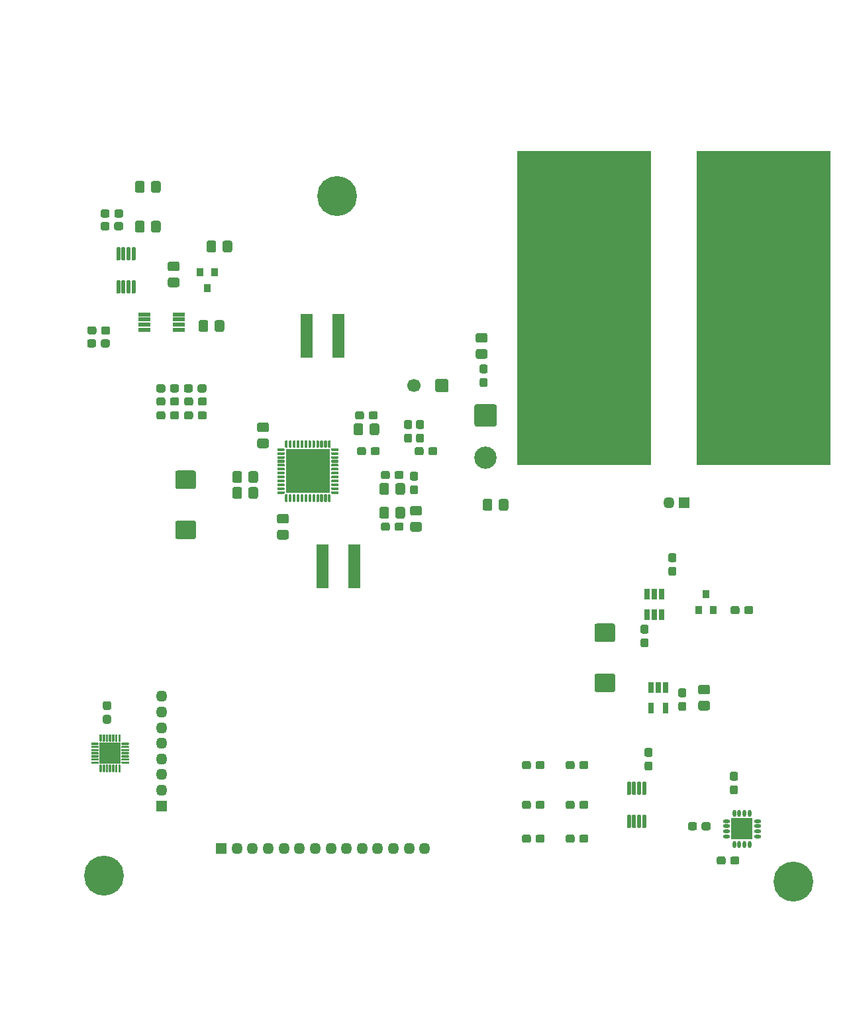
<source format=gbr>
G04 #@! TF.GenerationSoftware,KiCad,Pcbnew,5.1.6-c6e7f7d~87~ubuntu20.04.1*
G04 #@! TF.CreationDate,2020-08-17T15:40:30+03:00*
G04 #@! TF.ProjectId,LED_test,4c45445f-7465-4737-942e-6b696361645f,rev?*
G04 #@! TF.SameCoordinates,Original*
G04 #@! TF.FileFunction,Soldermask,Top*
G04 #@! TF.FilePolarity,Negative*
%FSLAX46Y46*%
G04 Gerber Fmt 4.6, Leading zero omitted, Abs format (unit mm)*
G04 Created by KiCad (PCBNEW 5.1.6-c6e7f7d~87~ubuntu20.04.1) date 2020-08-17 15:40:30*
%MOMM*%
%LPD*%
G01*
G04 APERTURE LIST*
%ADD10R,5.550000X5.550000*%
%ADD11R,1.450000X1.450000*%
%ADD12O,1.450000X1.450000*%
%ADD13R,2.700000X2.700000*%
%ADD14C,5.100000*%
%ADD15R,17.100000X40.100000*%
%ADD16C,2.850000*%
%ADD17R,1.530000X5.600000*%
%ADD18C,1.700000*%
%ADD19R,0.750000X1.320000*%
%ADD20R,0.900000X1.000000*%
%ADD21R,1.550000X0.550000*%
%ADD22O,0.900000X0.450000*%
%ADD23O,0.450000X0.900000*%
%ADD24R,2.800000X2.800000*%
G04 APERTURE END LIST*
D10*
X131970000Y-82050000D03*
G36*
G01*
X128907500Y-84975000D02*
X128132500Y-84975000D01*
G75*
G02*
X128045000Y-84887500I0J87500D01*
G01*
X128045000Y-84712500D01*
G75*
G02*
X128132500Y-84625000I87500J0D01*
G01*
X128907500Y-84625000D01*
G75*
G02*
X128995000Y-84712500I0J-87500D01*
G01*
X128995000Y-84887500D01*
G75*
G02*
X128907500Y-84975000I-87500J0D01*
G01*
G37*
G36*
G01*
X128907500Y-84475000D02*
X128132500Y-84475000D01*
G75*
G02*
X128045000Y-84387500I0J87500D01*
G01*
X128045000Y-84212500D01*
G75*
G02*
X128132500Y-84125000I87500J0D01*
G01*
X128907500Y-84125000D01*
G75*
G02*
X128995000Y-84212500I0J-87500D01*
G01*
X128995000Y-84387500D01*
G75*
G02*
X128907500Y-84475000I-87500J0D01*
G01*
G37*
G36*
G01*
X128907500Y-83975000D02*
X128132500Y-83975000D01*
G75*
G02*
X128045000Y-83887500I0J87500D01*
G01*
X128045000Y-83712500D01*
G75*
G02*
X128132500Y-83625000I87500J0D01*
G01*
X128907500Y-83625000D01*
G75*
G02*
X128995000Y-83712500I0J-87500D01*
G01*
X128995000Y-83887500D01*
G75*
G02*
X128907500Y-83975000I-87500J0D01*
G01*
G37*
G36*
G01*
X128907500Y-83475000D02*
X128132500Y-83475000D01*
G75*
G02*
X128045000Y-83387500I0J87500D01*
G01*
X128045000Y-83212500D01*
G75*
G02*
X128132500Y-83125000I87500J0D01*
G01*
X128907500Y-83125000D01*
G75*
G02*
X128995000Y-83212500I0J-87500D01*
G01*
X128995000Y-83387500D01*
G75*
G02*
X128907500Y-83475000I-87500J0D01*
G01*
G37*
G36*
G01*
X128907500Y-82975000D02*
X128132500Y-82975000D01*
G75*
G02*
X128045000Y-82887500I0J87500D01*
G01*
X128045000Y-82712500D01*
G75*
G02*
X128132500Y-82625000I87500J0D01*
G01*
X128907500Y-82625000D01*
G75*
G02*
X128995000Y-82712500I0J-87500D01*
G01*
X128995000Y-82887500D01*
G75*
G02*
X128907500Y-82975000I-87500J0D01*
G01*
G37*
G36*
G01*
X128907500Y-82475000D02*
X128132500Y-82475000D01*
G75*
G02*
X128045000Y-82387500I0J87500D01*
G01*
X128045000Y-82212500D01*
G75*
G02*
X128132500Y-82125000I87500J0D01*
G01*
X128907500Y-82125000D01*
G75*
G02*
X128995000Y-82212500I0J-87500D01*
G01*
X128995000Y-82387500D01*
G75*
G02*
X128907500Y-82475000I-87500J0D01*
G01*
G37*
G36*
G01*
X128907500Y-81975000D02*
X128132500Y-81975000D01*
G75*
G02*
X128045000Y-81887500I0J87500D01*
G01*
X128045000Y-81712500D01*
G75*
G02*
X128132500Y-81625000I87500J0D01*
G01*
X128907500Y-81625000D01*
G75*
G02*
X128995000Y-81712500I0J-87500D01*
G01*
X128995000Y-81887500D01*
G75*
G02*
X128907500Y-81975000I-87500J0D01*
G01*
G37*
G36*
G01*
X128907500Y-81475000D02*
X128132500Y-81475000D01*
G75*
G02*
X128045000Y-81387500I0J87500D01*
G01*
X128045000Y-81212500D01*
G75*
G02*
X128132500Y-81125000I87500J0D01*
G01*
X128907500Y-81125000D01*
G75*
G02*
X128995000Y-81212500I0J-87500D01*
G01*
X128995000Y-81387500D01*
G75*
G02*
X128907500Y-81475000I-87500J0D01*
G01*
G37*
G36*
G01*
X128907500Y-80975000D02*
X128132500Y-80975000D01*
G75*
G02*
X128045000Y-80887500I0J87500D01*
G01*
X128045000Y-80712500D01*
G75*
G02*
X128132500Y-80625000I87500J0D01*
G01*
X128907500Y-80625000D01*
G75*
G02*
X128995000Y-80712500I0J-87500D01*
G01*
X128995000Y-80887500D01*
G75*
G02*
X128907500Y-80975000I-87500J0D01*
G01*
G37*
G36*
G01*
X128907500Y-80475000D02*
X128132500Y-80475000D01*
G75*
G02*
X128045000Y-80387500I0J87500D01*
G01*
X128045000Y-80212500D01*
G75*
G02*
X128132500Y-80125000I87500J0D01*
G01*
X128907500Y-80125000D01*
G75*
G02*
X128995000Y-80212500I0J-87500D01*
G01*
X128995000Y-80387500D01*
G75*
G02*
X128907500Y-80475000I-87500J0D01*
G01*
G37*
G36*
G01*
X128907500Y-79975000D02*
X128132500Y-79975000D01*
G75*
G02*
X128045000Y-79887500I0J87500D01*
G01*
X128045000Y-79712500D01*
G75*
G02*
X128132500Y-79625000I87500J0D01*
G01*
X128907500Y-79625000D01*
G75*
G02*
X128995000Y-79712500I0J-87500D01*
G01*
X128995000Y-79887500D01*
G75*
G02*
X128907500Y-79975000I-87500J0D01*
G01*
G37*
G36*
G01*
X128907500Y-79475000D02*
X128132500Y-79475000D01*
G75*
G02*
X128045000Y-79387500I0J87500D01*
G01*
X128045000Y-79212500D01*
G75*
G02*
X128132500Y-79125000I87500J0D01*
G01*
X128907500Y-79125000D01*
G75*
G02*
X128995000Y-79212500I0J-87500D01*
G01*
X128995000Y-79387500D01*
G75*
G02*
X128907500Y-79475000I-87500J0D01*
G01*
G37*
G36*
G01*
X129307500Y-79075000D02*
X129132500Y-79075000D01*
G75*
G02*
X129045000Y-78987500I0J87500D01*
G01*
X129045000Y-78212500D01*
G75*
G02*
X129132500Y-78125000I87500J0D01*
G01*
X129307500Y-78125000D01*
G75*
G02*
X129395000Y-78212500I0J-87500D01*
G01*
X129395000Y-78987500D01*
G75*
G02*
X129307500Y-79075000I-87500J0D01*
G01*
G37*
G36*
G01*
X129807500Y-79075000D02*
X129632500Y-79075000D01*
G75*
G02*
X129545000Y-78987500I0J87500D01*
G01*
X129545000Y-78212500D01*
G75*
G02*
X129632500Y-78125000I87500J0D01*
G01*
X129807500Y-78125000D01*
G75*
G02*
X129895000Y-78212500I0J-87500D01*
G01*
X129895000Y-78987500D01*
G75*
G02*
X129807500Y-79075000I-87500J0D01*
G01*
G37*
G36*
G01*
X130307500Y-79075000D02*
X130132500Y-79075000D01*
G75*
G02*
X130045000Y-78987500I0J87500D01*
G01*
X130045000Y-78212500D01*
G75*
G02*
X130132500Y-78125000I87500J0D01*
G01*
X130307500Y-78125000D01*
G75*
G02*
X130395000Y-78212500I0J-87500D01*
G01*
X130395000Y-78987500D01*
G75*
G02*
X130307500Y-79075000I-87500J0D01*
G01*
G37*
G36*
G01*
X130807500Y-79075000D02*
X130632500Y-79075000D01*
G75*
G02*
X130545000Y-78987500I0J87500D01*
G01*
X130545000Y-78212500D01*
G75*
G02*
X130632500Y-78125000I87500J0D01*
G01*
X130807500Y-78125000D01*
G75*
G02*
X130895000Y-78212500I0J-87500D01*
G01*
X130895000Y-78987500D01*
G75*
G02*
X130807500Y-79075000I-87500J0D01*
G01*
G37*
G36*
G01*
X131307500Y-79075000D02*
X131132500Y-79075000D01*
G75*
G02*
X131045000Y-78987500I0J87500D01*
G01*
X131045000Y-78212500D01*
G75*
G02*
X131132500Y-78125000I87500J0D01*
G01*
X131307500Y-78125000D01*
G75*
G02*
X131395000Y-78212500I0J-87500D01*
G01*
X131395000Y-78987500D01*
G75*
G02*
X131307500Y-79075000I-87500J0D01*
G01*
G37*
G36*
G01*
X131807500Y-79075000D02*
X131632500Y-79075000D01*
G75*
G02*
X131545000Y-78987500I0J87500D01*
G01*
X131545000Y-78212500D01*
G75*
G02*
X131632500Y-78125000I87500J0D01*
G01*
X131807500Y-78125000D01*
G75*
G02*
X131895000Y-78212500I0J-87500D01*
G01*
X131895000Y-78987500D01*
G75*
G02*
X131807500Y-79075000I-87500J0D01*
G01*
G37*
G36*
G01*
X132307500Y-79075000D02*
X132132500Y-79075000D01*
G75*
G02*
X132045000Y-78987500I0J87500D01*
G01*
X132045000Y-78212500D01*
G75*
G02*
X132132500Y-78125000I87500J0D01*
G01*
X132307500Y-78125000D01*
G75*
G02*
X132395000Y-78212500I0J-87500D01*
G01*
X132395000Y-78987500D01*
G75*
G02*
X132307500Y-79075000I-87500J0D01*
G01*
G37*
G36*
G01*
X132807500Y-79075000D02*
X132632500Y-79075000D01*
G75*
G02*
X132545000Y-78987500I0J87500D01*
G01*
X132545000Y-78212500D01*
G75*
G02*
X132632500Y-78125000I87500J0D01*
G01*
X132807500Y-78125000D01*
G75*
G02*
X132895000Y-78212500I0J-87500D01*
G01*
X132895000Y-78987500D01*
G75*
G02*
X132807500Y-79075000I-87500J0D01*
G01*
G37*
G36*
G01*
X133307500Y-79075000D02*
X133132500Y-79075000D01*
G75*
G02*
X133045000Y-78987500I0J87500D01*
G01*
X133045000Y-78212500D01*
G75*
G02*
X133132500Y-78125000I87500J0D01*
G01*
X133307500Y-78125000D01*
G75*
G02*
X133395000Y-78212500I0J-87500D01*
G01*
X133395000Y-78987500D01*
G75*
G02*
X133307500Y-79075000I-87500J0D01*
G01*
G37*
G36*
G01*
X133807500Y-79075000D02*
X133632500Y-79075000D01*
G75*
G02*
X133545000Y-78987500I0J87500D01*
G01*
X133545000Y-78212500D01*
G75*
G02*
X133632500Y-78125000I87500J0D01*
G01*
X133807500Y-78125000D01*
G75*
G02*
X133895000Y-78212500I0J-87500D01*
G01*
X133895000Y-78987500D01*
G75*
G02*
X133807500Y-79075000I-87500J0D01*
G01*
G37*
G36*
G01*
X134307500Y-79075000D02*
X134132500Y-79075000D01*
G75*
G02*
X134045000Y-78987500I0J87500D01*
G01*
X134045000Y-78212500D01*
G75*
G02*
X134132500Y-78125000I87500J0D01*
G01*
X134307500Y-78125000D01*
G75*
G02*
X134395000Y-78212500I0J-87500D01*
G01*
X134395000Y-78987500D01*
G75*
G02*
X134307500Y-79075000I-87500J0D01*
G01*
G37*
G36*
G01*
X134807500Y-79075000D02*
X134632500Y-79075000D01*
G75*
G02*
X134545000Y-78987500I0J87500D01*
G01*
X134545000Y-78212500D01*
G75*
G02*
X134632500Y-78125000I87500J0D01*
G01*
X134807500Y-78125000D01*
G75*
G02*
X134895000Y-78212500I0J-87500D01*
G01*
X134895000Y-78987500D01*
G75*
G02*
X134807500Y-79075000I-87500J0D01*
G01*
G37*
G36*
G01*
X135807500Y-79475000D02*
X135032500Y-79475000D01*
G75*
G02*
X134945000Y-79387500I0J87500D01*
G01*
X134945000Y-79212500D01*
G75*
G02*
X135032500Y-79125000I87500J0D01*
G01*
X135807500Y-79125000D01*
G75*
G02*
X135895000Y-79212500I0J-87500D01*
G01*
X135895000Y-79387500D01*
G75*
G02*
X135807500Y-79475000I-87500J0D01*
G01*
G37*
G36*
G01*
X135807500Y-79975000D02*
X135032500Y-79975000D01*
G75*
G02*
X134945000Y-79887500I0J87500D01*
G01*
X134945000Y-79712500D01*
G75*
G02*
X135032500Y-79625000I87500J0D01*
G01*
X135807500Y-79625000D01*
G75*
G02*
X135895000Y-79712500I0J-87500D01*
G01*
X135895000Y-79887500D01*
G75*
G02*
X135807500Y-79975000I-87500J0D01*
G01*
G37*
G36*
G01*
X135807500Y-80475000D02*
X135032500Y-80475000D01*
G75*
G02*
X134945000Y-80387500I0J87500D01*
G01*
X134945000Y-80212500D01*
G75*
G02*
X135032500Y-80125000I87500J0D01*
G01*
X135807500Y-80125000D01*
G75*
G02*
X135895000Y-80212500I0J-87500D01*
G01*
X135895000Y-80387500D01*
G75*
G02*
X135807500Y-80475000I-87500J0D01*
G01*
G37*
G36*
G01*
X135807500Y-80975000D02*
X135032500Y-80975000D01*
G75*
G02*
X134945000Y-80887500I0J87500D01*
G01*
X134945000Y-80712500D01*
G75*
G02*
X135032500Y-80625000I87500J0D01*
G01*
X135807500Y-80625000D01*
G75*
G02*
X135895000Y-80712500I0J-87500D01*
G01*
X135895000Y-80887500D01*
G75*
G02*
X135807500Y-80975000I-87500J0D01*
G01*
G37*
G36*
G01*
X135807500Y-81475000D02*
X135032500Y-81475000D01*
G75*
G02*
X134945000Y-81387500I0J87500D01*
G01*
X134945000Y-81212500D01*
G75*
G02*
X135032500Y-81125000I87500J0D01*
G01*
X135807500Y-81125000D01*
G75*
G02*
X135895000Y-81212500I0J-87500D01*
G01*
X135895000Y-81387500D01*
G75*
G02*
X135807500Y-81475000I-87500J0D01*
G01*
G37*
G36*
G01*
X135807500Y-81975000D02*
X135032500Y-81975000D01*
G75*
G02*
X134945000Y-81887500I0J87500D01*
G01*
X134945000Y-81712500D01*
G75*
G02*
X135032500Y-81625000I87500J0D01*
G01*
X135807500Y-81625000D01*
G75*
G02*
X135895000Y-81712500I0J-87500D01*
G01*
X135895000Y-81887500D01*
G75*
G02*
X135807500Y-81975000I-87500J0D01*
G01*
G37*
G36*
G01*
X135807500Y-82475000D02*
X135032500Y-82475000D01*
G75*
G02*
X134945000Y-82387500I0J87500D01*
G01*
X134945000Y-82212500D01*
G75*
G02*
X135032500Y-82125000I87500J0D01*
G01*
X135807500Y-82125000D01*
G75*
G02*
X135895000Y-82212500I0J-87500D01*
G01*
X135895000Y-82387500D01*
G75*
G02*
X135807500Y-82475000I-87500J0D01*
G01*
G37*
G36*
G01*
X135807500Y-82975000D02*
X135032500Y-82975000D01*
G75*
G02*
X134945000Y-82887500I0J87500D01*
G01*
X134945000Y-82712500D01*
G75*
G02*
X135032500Y-82625000I87500J0D01*
G01*
X135807500Y-82625000D01*
G75*
G02*
X135895000Y-82712500I0J-87500D01*
G01*
X135895000Y-82887500D01*
G75*
G02*
X135807500Y-82975000I-87500J0D01*
G01*
G37*
G36*
G01*
X135807500Y-83475000D02*
X135032500Y-83475000D01*
G75*
G02*
X134945000Y-83387500I0J87500D01*
G01*
X134945000Y-83212500D01*
G75*
G02*
X135032500Y-83125000I87500J0D01*
G01*
X135807500Y-83125000D01*
G75*
G02*
X135895000Y-83212500I0J-87500D01*
G01*
X135895000Y-83387500D01*
G75*
G02*
X135807500Y-83475000I-87500J0D01*
G01*
G37*
G36*
G01*
X135807500Y-83975000D02*
X135032500Y-83975000D01*
G75*
G02*
X134945000Y-83887500I0J87500D01*
G01*
X134945000Y-83712500D01*
G75*
G02*
X135032500Y-83625000I87500J0D01*
G01*
X135807500Y-83625000D01*
G75*
G02*
X135895000Y-83712500I0J-87500D01*
G01*
X135895000Y-83887500D01*
G75*
G02*
X135807500Y-83975000I-87500J0D01*
G01*
G37*
G36*
G01*
X135807500Y-84475000D02*
X135032500Y-84475000D01*
G75*
G02*
X134945000Y-84387500I0J87500D01*
G01*
X134945000Y-84212500D01*
G75*
G02*
X135032500Y-84125000I87500J0D01*
G01*
X135807500Y-84125000D01*
G75*
G02*
X135895000Y-84212500I0J-87500D01*
G01*
X135895000Y-84387500D01*
G75*
G02*
X135807500Y-84475000I-87500J0D01*
G01*
G37*
G36*
G01*
X135807500Y-84975000D02*
X135032500Y-84975000D01*
G75*
G02*
X134945000Y-84887500I0J87500D01*
G01*
X134945000Y-84712500D01*
G75*
G02*
X135032500Y-84625000I87500J0D01*
G01*
X135807500Y-84625000D01*
G75*
G02*
X135895000Y-84712500I0J-87500D01*
G01*
X135895000Y-84887500D01*
G75*
G02*
X135807500Y-84975000I-87500J0D01*
G01*
G37*
G36*
G01*
X134807500Y-85975000D02*
X134632500Y-85975000D01*
G75*
G02*
X134545000Y-85887500I0J87500D01*
G01*
X134545000Y-85112500D01*
G75*
G02*
X134632500Y-85025000I87500J0D01*
G01*
X134807500Y-85025000D01*
G75*
G02*
X134895000Y-85112500I0J-87500D01*
G01*
X134895000Y-85887500D01*
G75*
G02*
X134807500Y-85975000I-87500J0D01*
G01*
G37*
G36*
G01*
X134307500Y-85975000D02*
X134132500Y-85975000D01*
G75*
G02*
X134045000Y-85887500I0J87500D01*
G01*
X134045000Y-85112500D01*
G75*
G02*
X134132500Y-85025000I87500J0D01*
G01*
X134307500Y-85025000D01*
G75*
G02*
X134395000Y-85112500I0J-87500D01*
G01*
X134395000Y-85887500D01*
G75*
G02*
X134307500Y-85975000I-87500J0D01*
G01*
G37*
G36*
G01*
X133807500Y-85975000D02*
X133632500Y-85975000D01*
G75*
G02*
X133545000Y-85887500I0J87500D01*
G01*
X133545000Y-85112500D01*
G75*
G02*
X133632500Y-85025000I87500J0D01*
G01*
X133807500Y-85025000D01*
G75*
G02*
X133895000Y-85112500I0J-87500D01*
G01*
X133895000Y-85887500D01*
G75*
G02*
X133807500Y-85975000I-87500J0D01*
G01*
G37*
G36*
G01*
X133307500Y-85975000D02*
X133132500Y-85975000D01*
G75*
G02*
X133045000Y-85887500I0J87500D01*
G01*
X133045000Y-85112500D01*
G75*
G02*
X133132500Y-85025000I87500J0D01*
G01*
X133307500Y-85025000D01*
G75*
G02*
X133395000Y-85112500I0J-87500D01*
G01*
X133395000Y-85887500D01*
G75*
G02*
X133307500Y-85975000I-87500J0D01*
G01*
G37*
G36*
G01*
X132807500Y-85975000D02*
X132632500Y-85975000D01*
G75*
G02*
X132545000Y-85887500I0J87500D01*
G01*
X132545000Y-85112500D01*
G75*
G02*
X132632500Y-85025000I87500J0D01*
G01*
X132807500Y-85025000D01*
G75*
G02*
X132895000Y-85112500I0J-87500D01*
G01*
X132895000Y-85887500D01*
G75*
G02*
X132807500Y-85975000I-87500J0D01*
G01*
G37*
G36*
G01*
X132307500Y-85975000D02*
X132132500Y-85975000D01*
G75*
G02*
X132045000Y-85887500I0J87500D01*
G01*
X132045000Y-85112500D01*
G75*
G02*
X132132500Y-85025000I87500J0D01*
G01*
X132307500Y-85025000D01*
G75*
G02*
X132395000Y-85112500I0J-87500D01*
G01*
X132395000Y-85887500D01*
G75*
G02*
X132307500Y-85975000I-87500J0D01*
G01*
G37*
G36*
G01*
X131807500Y-85975000D02*
X131632500Y-85975000D01*
G75*
G02*
X131545000Y-85887500I0J87500D01*
G01*
X131545000Y-85112500D01*
G75*
G02*
X131632500Y-85025000I87500J0D01*
G01*
X131807500Y-85025000D01*
G75*
G02*
X131895000Y-85112500I0J-87500D01*
G01*
X131895000Y-85887500D01*
G75*
G02*
X131807500Y-85975000I-87500J0D01*
G01*
G37*
G36*
G01*
X131307500Y-85975000D02*
X131132500Y-85975000D01*
G75*
G02*
X131045000Y-85887500I0J87500D01*
G01*
X131045000Y-85112500D01*
G75*
G02*
X131132500Y-85025000I87500J0D01*
G01*
X131307500Y-85025000D01*
G75*
G02*
X131395000Y-85112500I0J-87500D01*
G01*
X131395000Y-85887500D01*
G75*
G02*
X131307500Y-85975000I-87500J0D01*
G01*
G37*
G36*
G01*
X130807500Y-85975000D02*
X130632500Y-85975000D01*
G75*
G02*
X130545000Y-85887500I0J87500D01*
G01*
X130545000Y-85112500D01*
G75*
G02*
X130632500Y-85025000I87500J0D01*
G01*
X130807500Y-85025000D01*
G75*
G02*
X130895000Y-85112500I0J-87500D01*
G01*
X130895000Y-85887500D01*
G75*
G02*
X130807500Y-85975000I-87500J0D01*
G01*
G37*
G36*
G01*
X130307500Y-85975000D02*
X130132500Y-85975000D01*
G75*
G02*
X130045000Y-85887500I0J87500D01*
G01*
X130045000Y-85112500D01*
G75*
G02*
X130132500Y-85025000I87500J0D01*
G01*
X130307500Y-85025000D01*
G75*
G02*
X130395000Y-85112500I0J-87500D01*
G01*
X130395000Y-85887500D01*
G75*
G02*
X130307500Y-85975000I-87500J0D01*
G01*
G37*
G36*
G01*
X129807500Y-85975000D02*
X129632500Y-85975000D01*
G75*
G02*
X129545000Y-85887500I0J87500D01*
G01*
X129545000Y-85112500D01*
G75*
G02*
X129632500Y-85025000I87500J0D01*
G01*
X129807500Y-85025000D01*
G75*
G02*
X129895000Y-85112500I0J-87500D01*
G01*
X129895000Y-85887500D01*
G75*
G02*
X129807500Y-85975000I-87500J0D01*
G01*
G37*
G36*
G01*
X129307500Y-85975000D02*
X129132500Y-85975000D01*
G75*
G02*
X129045000Y-85887500I0J87500D01*
G01*
X129045000Y-85112500D01*
G75*
G02*
X129132500Y-85025000I87500J0D01*
G01*
X129307500Y-85025000D01*
G75*
G02*
X129395000Y-85112500I0J-87500D01*
G01*
X129395000Y-85887500D01*
G75*
G02*
X129307500Y-85975000I-87500J0D01*
G01*
G37*
D11*
X113284000Y-124840000D03*
D12*
X113284000Y-122840000D03*
X113284000Y-120840000D03*
X113284000Y-118840000D03*
X113284000Y-116840000D03*
X113284000Y-114840000D03*
X113284000Y-112840000D03*
X113284000Y-110840000D03*
G36*
G01*
X104255000Y-116985000D02*
X104255000Y-116835000D01*
G75*
G02*
X104330000Y-116760000I75000J0D01*
G01*
X105155000Y-116760000D01*
G75*
G02*
X105230000Y-116835000I0J-75000D01*
G01*
X105230000Y-116985000D01*
G75*
G02*
X105155000Y-117060000I-75000J0D01*
G01*
X104330000Y-117060000D01*
G75*
G02*
X104255000Y-116985000I0J75000D01*
G01*
G37*
G36*
G01*
X104255000Y-117385000D02*
X104255000Y-117235000D01*
G75*
G02*
X104330000Y-117160000I75000J0D01*
G01*
X105155000Y-117160000D01*
G75*
G02*
X105230000Y-117235000I0J-75000D01*
G01*
X105230000Y-117385000D01*
G75*
G02*
X105155000Y-117460000I-75000J0D01*
G01*
X104330000Y-117460000D01*
G75*
G02*
X104255000Y-117385000I0J75000D01*
G01*
G37*
G36*
G01*
X104255000Y-117785000D02*
X104255000Y-117635000D01*
G75*
G02*
X104330000Y-117560000I75000J0D01*
G01*
X105155000Y-117560000D01*
G75*
G02*
X105230000Y-117635000I0J-75000D01*
G01*
X105230000Y-117785000D01*
G75*
G02*
X105155000Y-117860000I-75000J0D01*
G01*
X104330000Y-117860000D01*
G75*
G02*
X104255000Y-117785000I0J75000D01*
G01*
G37*
G36*
G01*
X104255000Y-118185000D02*
X104255000Y-118035000D01*
G75*
G02*
X104330000Y-117960000I75000J0D01*
G01*
X105155000Y-117960000D01*
G75*
G02*
X105230000Y-118035000I0J-75000D01*
G01*
X105230000Y-118185000D01*
G75*
G02*
X105155000Y-118260000I-75000J0D01*
G01*
X104330000Y-118260000D01*
G75*
G02*
X104255000Y-118185000I0J75000D01*
G01*
G37*
G36*
G01*
X104255000Y-118585000D02*
X104255000Y-118435000D01*
G75*
G02*
X104330000Y-118360000I75000J0D01*
G01*
X105155000Y-118360000D01*
G75*
G02*
X105230000Y-118435000I0J-75000D01*
G01*
X105230000Y-118585000D01*
G75*
G02*
X105155000Y-118660000I-75000J0D01*
G01*
X104330000Y-118660000D01*
G75*
G02*
X104255000Y-118585000I0J75000D01*
G01*
G37*
G36*
G01*
X104255000Y-118985000D02*
X104255000Y-118835000D01*
G75*
G02*
X104330000Y-118760000I75000J0D01*
G01*
X105155000Y-118760000D01*
G75*
G02*
X105230000Y-118835000I0J-75000D01*
G01*
X105230000Y-118985000D01*
G75*
G02*
X105155000Y-119060000I-75000J0D01*
G01*
X104330000Y-119060000D01*
G75*
G02*
X104255000Y-118985000I0J75000D01*
G01*
G37*
G36*
G01*
X104255000Y-119385000D02*
X104255000Y-119235000D01*
G75*
G02*
X104330000Y-119160000I75000J0D01*
G01*
X105155000Y-119160000D01*
G75*
G02*
X105230000Y-119235000I0J-75000D01*
G01*
X105230000Y-119385000D01*
G75*
G02*
X105155000Y-119460000I-75000J0D01*
G01*
X104330000Y-119460000D01*
G75*
G02*
X104255000Y-119385000I0J75000D01*
G01*
G37*
G36*
G01*
X105330000Y-120460000D02*
X105330000Y-119635000D01*
G75*
G02*
X105405000Y-119560000I75000J0D01*
G01*
X105555000Y-119560000D01*
G75*
G02*
X105630000Y-119635000I0J-75000D01*
G01*
X105630000Y-120460000D01*
G75*
G02*
X105555000Y-120535000I-75000J0D01*
G01*
X105405000Y-120535000D01*
G75*
G02*
X105330000Y-120460000I0J75000D01*
G01*
G37*
G36*
G01*
X105730000Y-120460000D02*
X105730000Y-119635000D01*
G75*
G02*
X105805000Y-119560000I75000J0D01*
G01*
X105955000Y-119560000D01*
G75*
G02*
X106030000Y-119635000I0J-75000D01*
G01*
X106030000Y-120460000D01*
G75*
G02*
X105955000Y-120535000I-75000J0D01*
G01*
X105805000Y-120535000D01*
G75*
G02*
X105730000Y-120460000I0J75000D01*
G01*
G37*
G36*
G01*
X106130000Y-120460000D02*
X106130000Y-119635000D01*
G75*
G02*
X106205000Y-119560000I75000J0D01*
G01*
X106355000Y-119560000D01*
G75*
G02*
X106430000Y-119635000I0J-75000D01*
G01*
X106430000Y-120460000D01*
G75*
G02*
X106355000Y-120535000I-75000J0D01*
G01*
X106205000Y-120535000D01*
G75*
G02*
X106130000Y-120460000I0J75000D01*
G01*
G37*
G36*
G01*
X106530000Y-120460000D02*
X106530000Y-119635000D01*
G75*
G02*
X106605000Y-119560000I75000J0D01*
G01*
X106755000Y-119560000D01*
G75*
G02*
X106830000Y-119635000I0J-75000D01*
G01*
X106830000Y-120460000D01*
G75*
G02*
X106755000Y-120535000I-75000J0D01*
G01*
X106605000Y-120535000D01*
G75*
G02*
X106530000Y-120460000I0J75000D01*
G01*
G37*
G36*
G01*
X106930000Y-120460000D02*
X106930000Y-119635000D01*
G75*
G02*
X107005000Y-119560000I75000J0D01*
G01*
X107155000Y-119560000D01*
G75*
G02*
X107230000Y-119635000I0J-75000D01*
G01*
X107230000Y-120460000D01*
G75*
G02*
X107155000Y-120535000I-75000J0D01*
G01*
X107005000Y-120535000D01*
G75*
G02*
X106930000Y-120460000I0J75000D01*
G01*
G37*
G36*
G01*
X107330000Y-120460000D02*
X107330000Y-119635000D01*
G75*
G02*
X107405000Y-119560000I75000J0D01*
G01*
X107555000Y-119560000D01*
G75*
G02*
X107630000Y-119635000I0J-75000D01*
G01*
X107630000Y-120460000D01*
G75*
G02*
X107555000Y-120535000I-75000J0D01*
G01*
X107405000Y-120535000D01*
G75*
G02*
X107330000Y-120460000I0J75000D01*
G01*
G37*
G36*
G01*
X107730000Y-120460000D02*
X107730000Y-119635000D01*
G75*
G02*
X107805000Y-119560000I75000J0D01*
G01*
X107955000Y-119560000D01*
G75*
G02*
X108030000Y-119635000I0J-75000D01*
G01*
X108030000Y-120460000D01*
G75*
G02*
X107955000Y-120535000I-75000J0D01*
G01*
X107805000Y-120535000D01*
G75*
G02*
X107730000Y-120460000I0J75000D01*
G01*
G37*
G36*
G01*
X108130000Y-119385000D02*
X108130000Y-119235000D01*
G75*
G02*
X108205000Y-119160000I75000J0D01*
G01*
X109030000Y-119160000D01*
G75*
G02*
X109105000Y-119235000I0J-75000D01*
G01*
X109105000Y-119385000D01*
G75*
G02*
X109030000Y-119460000I-75000J0D01*
G01*
X108205000Y-119460000D01*
G75*
G02*
X108130000Y-119385000I0J75000D01*
G01*
G37*
G36*
G01*
X108130000Y-118985000D02*
X108130000Y-118835000D01*
G75*
G02*
X108205000Y-118760000I75000J0D01*
G01*
X109030000Y-118760000D01*
G75*
G02*
X109105000Y-118835000I0J-75000D01*
G01*
X109105000Y-118985000D01*
G75*
G02*
X109030000Y-119060000I-75000J0D01*
G01*
X108205000Y-119060000D01*
G75*
G02*
X108130000Y-118985000I0J75000D01*
G01*
G37*
G36*
G01*
X108130000Y-118585000D02*
X108130000Y-118435000D01*
G75*
G02*
X108205000Y-118360000I75000J0D01*
G01*
X109030000Y-118360000D01*
G75*
G02*
X109105000Y-118435000I0J-75000D01*
G01*
X109105000Y-118585000D01*
G75*
G02*
X109030000Y-118660000I-75000J0D01*
G01*
X108205000Y-118660000D01*
G75*
G02*
X108130000Y-118585000I0J75000D01*
G01*
G37*
G36*
G01*
X108130000Y-118185000D02*
X108130000Y-118035000D01*
G75*
G02*
X108205000Y-117960000I75000J0D01*
G01*
X109030000Y-117960000D01*
G75*
G02*
X109105000Y-118035000I0J-75000D01*
G01*
X109105000Y-118185000D01*
G75*
G02*
X109030000Y-118260000I-75000J0D01*
G01*
X108205000Y-118260000D01*
G75*
G02*
X108130000Y-118185000I0J75000D01*
G01*
G37*
G36*
G01*
X108130000Y-117785000D02*
X108130000Y-117635000D01*
G75*
G02*
X108205000Y-117560000I75000J0D01*
G01*
X109030000Y-117560000D01*
G75*
G02*
X109105000Y-117635000I0J-75000D01*
G01*
X109105000Y-117785000D01*
G75*
G02*
X109030000Y-117860000I-75000J0D01*
G01*
X108205000Y-117860000D01*
G75*
G02*
X108130000Y-117785000I0J75000D01*
G01*
G37*
G36*
G01*
X108130000Y-117385000D02*
X108130000Y-117235000D01*
G75*
G02*
X108205000Y-117160000I75000J0D01*
G01*
X109030000Y-117160000D01*
G75*
G02*
X109105000Y-117235000I0J-75000D01*
G01*
X109105000Y-117385000D01*
G75*
G02*
X109030000Y-117460000I-75000J0D01*
G01*
X108205000Y-117460000D01*
G75*
G02*
X108130000Y-117385000I0J75000D01*
G01*
G37*
G36*
G01*
X108130000Y-116985000D02*
X108130000Y-116835000D01*
G75*
G02*
X108205000Y-116760000I75000J0D01*
G01*
X109030000Y-116760000D01*
G75*
G02*
X109105000Y-116835000I0J-75000D01*
G01*
X109105000Y-116985000D01*
G75*
G02*
X109030000Y-117060000I-75000J0D01*
G01*
X108205000Y-117060000D01*
G75*
G02*
X108130000Y-116985000I0J75000D01*
G01*
G37*
G36*
G01*
X107730000Y-116585000D02*
X107730000Y-115760000D01*
G75*
G02*
X107805000Y-115685000I75000J0D01*
G01*
X107955000Y-115685000D01*
G75*
G02*
X108030000Y-115760000I0J-75000D01*
G01*
X108030000Y-116585000D01*
G75*
G02*
X107955000Y-116660000I-75000J0D01*
G01*
X107805000Y-116660000D01*
G75*
G02*
X107730000Y-116585000I0J75000D01*
G01*
G37*
G36*
G01*
X107330000Y-116585000D02*
X107330000Y-115760000D01*
G75*
G02*
X107405000Y-115685000I75000J0D01*
G01*
X107555000Y-115685000D01*
G75*
G02*
X107630000Y-115760000I0J-75000D01*
G01*
X107630000Y-116585000D01*
G75*
G02*
X107555000Y-116660000I-75000J0D01*
G01*
X107405000Y-116660000D01*
G75*
G02*
X107330000Y-116585000I0J75000D01*
G01*
G37*
G36*
G01*
X106930000Y-116585000D02*
X106930000Y-115760000D01*
G75*
G02*
X107005000Y-115685000I75000J0D01*
G01*
X107155000Y-115685000D01*
G75*
G02*
X107230000Y-115760000I0J-75000D01*
G01*
X107230000Y-116585000D01*
G75*
G02*
X107155000Y-116660000I-75000J0D01*
G01*
X107005000Y-116660000D01*
G75*
G02*
X106930000Y-116585000I0J75000D01*
G01*
G37*
G36*
G01*
X106530000Y-116585000D02*
X106530000Y-115760000D01*
G75*
G02*
X106605000Y-115685000I75000J0D01*
G01*
X106755000Y-115685000D01*
G75*
G02*
X106830000Y-115760000I0J-75000D01*
G01*
X106830000Y-116585000D01*
G75*
G02*
X106755000Y-116660000I-75000J0D01*
G01*
X106605000Y-116660000D01*
G75*
G02*
X106530000Y-116585000I0J75000D01*
G01*
G37*
G36*
G01*
X106130000Y-116585000D02*
X106130000Y-115760000D01*
G75*
G02*
X106205000Y-115685000I75000J0D01*
G01*
X106355000Y-115685000D01*
G75*
G02*
X106430000Y-115760000I0J-75000D01*
G01*
X106430000Y-116585000D01*
G75*
G02*
X106355000Y-116660000I-75000J0D01*
G01*
X106205000Y-116660000D01*
G75*
G02*
X106130000Y-116585000I0J75000D01*
G01*
G37*
G36*
G01*
X105730000Y-116585000D02*
X105730000Y-115760000D01*
G75*
G02*
X105805000Y-115685000I75000J0D01*
G01*
X105955000Y-115685000D01*
G75*
G02*
X106030000Y-115760000I0J-75000D01*
G01*
X106030000Y-116585000D01*
G75*
G02*
X105955000Y-116660000I-75000J0D01*
G01*
X105805000Y-116660000D01*
G75*
G02*
X105730000Y-116585000I0J75000D01*
G01*
G37*
G36*
G01*
X105330000Y-116585000D02*
X105330000Y-115760000D01*
G75*
G02*
X105405000Y-115685000I75000J0D01*
G01*
X105555000Y-115685000D01*
G75*
G02*
X105630000Y-115760000I0J-75000D01*
G01*
X105630000Y-116585000D01*
G75*
G02*
X105555000Y-116660000I-75000J0D01*
G01*
X105405000Y-116660000D01*
G75*
G02*
X105330000Y-116585000I0J75000D01*
G01*
G37*
D13*
X106680000Y-118110000D03*
D14*
X135690000Y-46890000D03*
X194010000Y-134480000D03*
X105930000Y-133780000D03*
D12*
X178086000Y-86106000D03*
D11*
X180086000Y-86106000D03*
D12*
X146904000Y-130302000D03*
X144904000Y-130302000D03*
X142904000Y-130302000D03*
X140904000Y-130302000D03*
X138904000Y-130302000D03*
X136904000Y-130302000D03*
X134904000Y-130302000D03*
X132904000Y-130302000D03*
X130904000Y-130302000D03*
X128904000Y-130302000D03*
X126904000Y-130302000D03*
X124904000Y-130302000D03*
X122904000Y-130302000D03*
D11*
X120904000Y-130302000D03*
G36*
G01*
X115268110Y-81985000D02*
X117395890Y-81985000D01*
G75*
G02*
X117657000Y-82246110I0J-261110D01*
G01*
X117657000Y-84073890D01*
G75*
G02*
X117395890Y-84335000I-261110J0D01*
G01*
X115268110Y-84335000D01*
G75*
G02*
X115007000Y-84073890I0J261110D01*
G01*
X115007000Y-82246110D01*
G75*
G02*
X115268110Y-81985000I261110J0D01*
G01*
G37*
G36*
G01*
X115268110Y-88385000D02*
X117395890Y-88385000D01*
G75*
G02*
X117657000Y-88646110I0J-261110D01*
G01*
X117657000Y-90473890D01*
G75*
G02*
X117395890Y-90735000I-261110J0D01*
G01*
X115268110Y-90735000D01*
G75*
G02*
X115007000Y-90473890I0J261110D01*
G01*
X115007000Y-88646110D01*
G75*
G02*
X115268110Y-88385000I261110J0D01*
G01*
G37*
G36*
G01*
X106027500Y-111450000D02*
X106552500Y-111450000D01*
G75*
G02*
X106815000Y-111712500I0J-262500D01*
G01*
X106815000Y-112337500D01*
G75*
G02*
X106552500Y-112600000I-262500J0D01*
G01*
X106027500Y-112600000D01*
G75*
G02*
X105765000Y-112337500I0J262500D01*
G01*
X105765000Y-111712500D01*
G75*
G02*
X106027500Y-111450000I262500J0D01*
G01*
G37*
G36*
G01*
X106027500Y-113200000D02*
X106552500Y-113200000D01*
G75*
G02*
X106815000Y-113462500I0J-262500D01*
G01*
X106815000Y-114087500D01*
G75*
G02*
X106552500Y-114350000I-262500J0D01*
G01*
X106027500Y-114350000D01*
G75*
G02*
X105765000Y-114087500I0J262500D01*
G01*
X105765000Y-113462500D01*
G75*
G02*
X106027500Y-113200000I262500J0D01*
G01*
G37*
D15*
X167246000Y-61214000D03*
X190246000Y-61214000D03*
G36*
G01*
X121050000Y-53818262D02*
X121050000Y-52861738D01*
G75*
G02*
X121321738Y-52590000I271738J0D01*
G01*
X122028262Y-52590000D01*
G75*
G02*
X122300000Y-52861738I0J-271738D01*
G01*
X122300000Y-53818262D01*
G75*
G02*
X122028262Y-54090000I-271738J0D01*
G01*
X121321738Y-54090000D01*
G75*
G02*
X121050000Y-53818262I0J271738D01*
G01*
G37*
G36*
G01*
X119000000Y-53818262D02*
X119000000Y-52861738D01*
G75*
G02*
X119271738Y-52590000I271738J0D01*
G01*
X119978262Y-52590000D01*
G75*
G02*
X120250000Y-52861738I0J-271738D01*
G01*
X120250000Y-53818262D01*
G75*
G02*
X119978262Y-54090000I-271738J0D01*
G01*
X119271738Y-54090000D01*
G75*
G02*
X119000000Y-53818262I0J271738D01*
G01*
G37*
G36*
G01*
X111106000Y-45241738D02*
X111106000Y-46198262D01*
G75*
G02*
X110834262Y-46470000I-271738J0D01*
G01*
X110127738Y-46470000D01*
G75*
G02*
X109856000Y-46198262I0J271738D01*
G01*
X109856000Y-45241738D01*
G75*
G02*
X110127738Y-44970000I271738J0D01*
G01*
X110834262Y-44970000D01*
G75*
G02*
X111106000Y-45241738I0J-271738D01*
G01*
G37*
G36*
G01*
X113156000Y-45241738D02*
X113156000Y-46198262D01*
G75*
G02*
X112884262Y-46470000I-271738J0D01*
G01*
X112177738Y-46470000D01*
G75*
G02*
X111906000Y-46198262I0J271738D01*
G01*
X111906000Y-45241738D01*
G75*
G02*
X112177738Y-44970000I271738J0D01*
G01*
X112884262Y-44970000D01*
G75*
G02*
X113156000Y-45241738I0J-271738D01*
G01*
G37*
G36*
G01*
X111906000Y-51278262D02*
X111906000Y-50321738D01*
G75*
G02*
X112177738Y-50050000I271738J0D01*
G01*
X112884262Y-50050000D01*
G75*
G02*
X113156000Y-50321738I0J-271738D01*
G01*
X113156000Y-51278262D01*
G75*
G02*
X112884262Y-51550000I-271738J0D01*
G01*
X112177738Y-51550000D01*
G75*
G02*
X111906000Y-51278262I0J271738D01*
G01*
G37*
G36*
G01*
X109856000Y-51278262D02*
X109856000Y-50321738D01*
G75*
G02*
X110127738Y-50050000I271738J0D01*
G01*
X110834262Y-50050000D01*
G75*
G02*
X111106000Y-50321738I0J-271738D01*
G01*
X111106000Y-51278262D01*
G75*
G02*
X110834262Y-51550000I-271738J0D01*
G01*
X110127738Y-51550000D01*
G75*
G02*
X109856000Y-51278262I0J271738D01*
G01*
G37*
G36*
G01*
X107862000Y-55138000D02*
X107612000Y-55138000D01*
G75*
G02*
X107487000Y-55013000I0J125000D01*
G01*
X107487000Y-53538000D01*
G75*
G02*
X107612000Y-53413000I125000J0D01*
G01*
X107862000Y-53413000D01*
G75*
G02*
X107987000Y-53538000I0J-125000D01*
G01*
X107987000Y-55013000D01*
G75*
G02*
X107862000Y-55138000I-125000J0D01*
G01*
G37*
G36*
G01*
X108512000Y-55138000D02*
X108262000Y-55138000D01*
G75*
G02*
X108137000Y-55013000I0J125000D01*
G01*
X108137000Y-53538000D01*
G75*
G02*
X108262000Y-53413000I125000J0D01*
G01*
X108512000Y-53413000D01*
G75*
G02*
X108637000Y-53538000I0J-125000D01*
G01*
X108637000Y-55013000D01*
G75*
G02*
X108512000Y-55138000I-125000J0D01*
G01*
G37*
G36*
G01*
X109162000Y-55138000D02*
X108912000Y-55138000D01*
G75*
G02*
X108787000Y-55013000I0J125000D01*
G01*
X108787000Y-53538000D01*
G75*
G02*
X108912000Y-53413000I125000J0D01*
G01*
X109162000Y-53413000D01*
G75*
G02*
X109287000Y-53538000I0J-125000D01*
G01*
X109287000Y-55013000D01*
G75*
G02*
X109162000Y-55138000I-125000J0D01*
G01*
G37*
G36*
G01*
X109812000Y-55138000D02*
X109562000Y-55138000D01*
G75*
G02*
X109437000Y-55013000I0J125000D01*
G01*
X109437000Y-53538000D01*
G75*
G02*
X109562000Y-53413000I125000J0D01*
G01*
X109812000Y-53413000D01*
G75*
G02*
X109937000Y-53538000I0J-125000D01*
G01*
X109937000Y-55013000D01*
G75*
G02*
X109812000Y-55138000I-125000J0D01*
G01*
G37*
G36*
G01*
X109812000Y-59363000D02*
X109562000Y-59363000D01*
G75*
G02*
X109437000Y-59238000I0J125000D01*
G01*
X109437000Y-57763000D01*
G75*
G02*
X109562000Y-57638000I125000J0D01*
G01*
X109812000Y-57638000D01*
G75*
G02*
X109937000Y-57763000I0J-125000D01*
G01*
X109937000Y-59238000D01*
G75*
G02*
X109812000Y-59363000I-125000J0D01*
G01*
G37*
G36*
G01*
X109162000Y-59363000D02*
X108912000Y-59363000D01*
G75*
G02*
X108787000Y-59238000I0J125000D01*
G01*
X108787000Y-57763000D01*
G75*
G02*
X108912000Y-57638000I125000J0D01*
G01*
X109162000Y-57638000D01*
G75*
G02*
X109287000Y-57763000I0J-125000D01*
G01*
X109287000Y-59238000D01*
G75*
G02*
X109162000Y-59363000I-125000J0D01*
G01*
G37*
G36*
G01*
X108512000Y-59363000D02*
X108262000Y-59363000D01*
G75*
G02*
X108137000Y-59238000I0J125000D01*
G01*
X108137000Y-57763000D01*
G75*
G02*
X108262000Y-57638000I125000J0D01*
G01*
X108512000Y-57638000D01*
G75*
G02*
X108637000Y-57763000I0J-125000D01*
G01*
X108637000Y-59238000D01*
G75*
G02*
X108512000Y-59363000I-125000J0D01*
G01*
G37*
G36*
G01*
X107862000Y-59363000D02*
X107612000Y-59363000D01*
G75*
G02*
X107487000Y-59238000I0J125000D01*
G01*
X107487000Y-57763000D01*
G75*
G02*
X107612000Y-57638000I125000J0D01*
G01*
X107862000Y-57638000D01*
G75*
G02*
X107987000Y-57763000I0J-125000D01*
G01*
X107987000Y-59238000D01*
G75*
G02*
X107862000Y-59363000I-125000J0D01*
G01*
G37*
G36*
G01*
X180094500Y-110952000D02*
X179569500Y-110952000D01*
G75*
G02*
X179307000Y-110689500I0J262500D01*
G01*
X179307000Y-110064500D01*
G75*
G02*
X179569500Y-109802000I262500J0D01*
G01*
X180094500Y-109802000D01*
G75*
G02*
X180357000Y-110064500I0J-262500D01*
G01*
X180357000Y-110689500D01*
G75*
G02*
X180094500Y-110952000I-262500J0D01*
G01*
G37*
G36*
G01*
X180094500Y-112702000D02*
X179569500Y-112702000D01*
G75*
G02*
X179307000Y-112439500I0J262500D01*
G01*
X179307000Y-111814500D01*
G75*
G02*
X179569500Y-111552000I262500J0D01*
G01*
X180094500Y-111552000D01*
G75*
G02*
X180357000Y-111814500I0J-262500D01*
G01*
X180357000Y-112439500D01*
G75*
G02*
X180094500Y-112702000I-262500J0D01*
G01*
G37*
G36*
G01*
X175251500Y-119172000D02*
X175776500Y-119172000D01*
G75*
G02*
X176039000Y-119434500I0J-262500D01*
G01*
X176039000Y-120059500D01*
G75*
G02*
X175776500Y-120322000I-262500J0D01*
G01*
X175251500Y-120322000D01*
G75*
G02*
X174989000Y-120059500I0J262500D01*
G01*
X174989000Y-119434500D01*
G75*
G02*
X175251500Y-119172000I262500J0D01*
G01*
G37*
G36*
G01*
X175251500Y-117422000D02*
X175776500Y-117422000D01*
G75*
G02*
X176039000Y-117684500I0J-262500D01*
G01*
X176039000Y-118309500D01*
G75*
G02*
X175776500Y-118572000I-262500J0D01*
G01*
X175251500Y-118572000D01*
G75*
G02*
X174989000Y-118309500I0J262500D01*
G01*
X174989000Y-117684500D01*
G75*
G02*
X175251500Y-117422000I262500J0D01*
G01*
G37*
G36*
G01*
X115286262Y-56496000D02*
X114329738Y-56496000D01*
G75*
G02*
X114058000Y-56224262I0J271738D01*
G01*
X114058000Y-55517738D01*
G75*
G02*
X114329738Y-55246000I271738J0D01*
G01*
X115286262Y-55246000D01*
G75*
G02*
X115558000Y-55517738I0J-271738D01*
G01*
X115558000Y-56224262D01*
G75*
G02*
X115286262Y-56496000I-271738J0D01*
G01*
G37*
G36*
G01*
X115286262Y-58546000D02*
X114329738Y-58546000D01*
G75*
G02*
X114058000Y-58274262I0J271738D01*
G01*
X114058000Y-57567738D01*
G75*
G02*
X114329738Y-57296000I271738J0D01*
G01*
X115286262Y-57296000D01*
G75*
G02*
X115558000Y-57567738I0J-271738D01*
G01*
X115558000Y-58274262D01*
G75*
G02*
X115286262Y-58546000I-271738J0D01*
G01*
G37*
G36*
G01*
X120034000Y-63978262D02*
X120034000Y-63021738D01*
G75*
G02*
X120305738Y-62750000I271738J0D01*
G01*
X121012262Y-62750000D01*
G75*
G02*
X121284000Y-63021738I0J-271738D01*
G01*
X121284000Y-63978262D01*
G75*
G02*
X121012262Y-64250000I-271738J0D01*
G01*
X120305738Y-64250000D01*
G75*
G02*
X120034000Y-63978262I0J271738D01*
G01*
G37*
G36*
G01*
X117984000Y-63978262D02*
X117984000Y-63021738D01*
G75*
G02*
X118255738Y-62750000I271738J0D01*
G01*
X118962262Y-62750000D01*
G75*
G02*
X119234000Y-63021738I0J-271738D01*
G01*
X119234000Y-63978262D01*
G75*
G02*
X118962262Y-64250000I-271738J0D01*
G01*
X118255738Y-64250000D01*
G75*
G02*
X117984000Y-63978262I0J271738D01*
G01*
G37*
G36*
G01*
X173140000Y-127689000D02*
X172890000Y-127689000D01*
G75*
G02*
X172765000Y-127564000I0J125000D01*
G01*
X172765000Y-126089000D01*
G75*
G02*
X172890000Y-125964000I125000J0D01*
G01*
X173140000Y-125964000D01*
G75*
G02*
X173265000Y-126089000I0J-125000D01*
G01*
X173265000Y-127564000D01*
G75*
G02*
X173140000Y-127689000I-125000J0D01*
G01*
G37*
G36*
G01*
X173790000Y-127689000D02*
X173540000Y-127689000D01*
G75*
G02*
X173415000Y-127564000I0J125000D01*
G01*
X173415000Y-126089000D01*
G75*
G02*
X173540000Y-125964000I125000J0D01*
G01*
X173790000Y-125964000D01*
G75*
G02*
X173915000Y-126089000I0J-125000D01*
G01*
X173915000Y-127564000D01*
G75*
G02*
X173790000Y-127689000I-125000J0D01*
G01*
G37*
G36*
G01*
X174440000Y-127689000D02*
X174190000Y-127689000D01*
G75*
G02*
X174065000Y-127564000I0J125000D01*
G01*
X174065000Y-126089000D01*
G75*
G02*
X174190000Y-125964000I125000J0D01*
G01*
X174440000Y-125964000D01*
G75*
G02*
X174565000Y-126089000I0J-125000D01*
G01*
X174565000Y-127564000D01*
G75*
G02*
X174440000Y-127689000I-125000J0D01*
G01*
G37*
G36*
G01*
X175090000Y-127689000D02*
X174840000Y-127689000D01*
G75*
G02*
X174715000Y-127564000I0J125000D01*
G01*
X174715000Y-126089000D01*
G75*
G02*
X174840000Y-125964000I125000J0D01*
G01*
X175090000Y-125964000D01*
G75*
G02*
X175215000Y-126089000I0J-125000D01*
G01*
X175215000Y-127564000D01*
G75*
G02*
X175090000Y-127689000I-125000J0D01*
G01*
G37*
G36*
G01*
X175090000Y-123464000D02*
X174840000Y-123464000D01*
G75*
G02*
X174715000Y-123339000I0J125000D01*
G01*
X174715000Y-121864000D01*
G75*
G02*
X174840000Y-121739000I125000J0D01*
G01*
X175090000Y-121739000D01*
G75*
G02*
X175215000Y-121864000I0J-125000D01*
G01*
X175215000Y-123339000D01*
G75*
G02*
X175090000Y-123464000I-125000J0D01*
G01*
G37*
G36*
G01*
X174440000Y-123464000D02*
X174190000Y-123464000D01*
G75*
G02*
X174065000Y-123339000I0J125000D01*
G01*
X174065000Y-121864000D01*
G75*
G02*
X174190000Y-121739000I125000J0D01*
G01*
X174440000Y-121739000D01*
G75*
G02*
X174565000Y-121864000I0J-125000D01*
G01*
X174565000Y-123339000D01*
G75*
G02*
X174440000Y-123464000I-125000J0D01*
G01*
G37*
G36*
G01*
X173790000Y-123464000D02*
X173540000Y-123464000D01*
G75*
G02*
X173415000Y-123339000I0J125000D01*
G01*
X173415000Y-121864000D01*
G75*
G02*
X173540000Y-121739000I125000J0D01*
G01*
X173790000Y-121739000D01*
G75*
G02*
X173915000Y-121864000I0J-125000D01*
G01*
X173915000Y-123339000D01*
G75*
G02*
X173790000Y-123464000I-125000J0D01*
G01*
G37*
G36*
G01*
X173140000Y-123464000D02*
X172890000Y-123464000D01*
G75*
G02*
X172765000Y-123339000I0J125000D01*
G01*
X172765000Y-121864000D01*
G75*
G02*
X172890000Y-121739000I125000J0D01*
G01*
X173140000Y-121739000D01*
G75*
G02*
X173265000Y-121864000I0J-125000D01*
G01*
X173265000Y-123339000D01*
G75*
G02*
X173140000Y-123464000I-125000J0D01*
G01*
G37*
G36*
G01*
X107220000Y-49382500D02*
X107220000Y-48857500D01*
G75*
G02*
X107482500Y-48595000I262500J0D01*
G01*
X108107500Y-48595000D01*
G75*
G02*
X108370000Y-48857500I0J-262500D01*
G01*
X108370000Y-49382500D01*
G75*
G02*
X108107500Y-49645000I-262500J0D01*
G01*
X107482500Y-49645000D01*
G75*
G02*
X107220000Y-49382500I0J262500D01*
G01*
G37*
G36*
G01*
X105470000Y-49382500D02*
X105470000Y-48857500D01*
G75*
G02*
X105732500Y-48595000I262500J0D01*
G01*
X106357500Y-48595000D01*
G75*
G02*
X106620000Y-48857500I0J-262500D01*
G01*
X106620000Y-49382500D01*
G75*
G02*
X106357500Y-49645000I-262500J0D01*
G01*
X105732500Y-49645000D01*
G75*
G02*
X105470000Y-49382500I0J262500D01*
G01*
G37*
G36*
G01*
X107210000Y-51002500D02*
X107210000Y-50477500D01*
G75*
G02*
X107472500Y-50215000I262500J0D01*
G01*
X108097500Y-50215000D01*
G75*
G02*
X108360000Y-50477500I0J-262500D01*
G01*
X108360000Y-51002500D01*
G75*
G02*
X108097500Y-51265000I-262500J0D01*
G01*
X107472500Y-51265000D01*
G75*
G02*
X107210000Y-51002500I0J262500D01*
G01*
G37*
G36*
G01*
X105460000Y-51002500D02*
X105460000Y-50477500D01*
G75*
G02*
X105722500Y-50215000I262500J0D01*
G01*
X106347500Y-50215000D01*
G75*
G02*
X106610000Y-50477500I0J-262500D01*
G01*
X106610000Y-51002500D01*
G75*
G02*
X106347500Y-51265000I-262500J0D01*
G01*
X105722500Y-51265000D01*
G75*
G02*
X105460000Y-51002500I0J262500D01*
G01*
G37*
G36*
G01*
X105530000Y-64332500D02*
X105530000Y-63807500D01*
G75*
G02*
X105792500Y-63545000I262500J0D01*
G01*
X106417500Y-63545000D01*
G75*
G02*
X106680000Y-63807500I0J-262500D01*
G01*
X106680000Y-64332500D01*
G75*
G02*
X106417500Y-64595000I-262500J0D01*
G01*
X105792500Y-64595000D01*
G75*
G02*
X105530000Y-64332500I0J262500D01*
G01*
G37*
G36*
G01*
X103780000Y-64332500D02*
X103780000Y-63807500D01*
G75*
G02*
X104042500Y-63545000I262500J0D01*
G01*
X104667500Y-63545000D01*
G75*
G02*
X104930000Y-63807500I0J-262500D01*
G01*
X104930000Y-64332500D01*
G75*
G02*
X104667500Y-64595000I-262500J0D01*
G01*
X104042500Y-64595000D01*
G75*
G02*
X103780000Y-64332500I0J262500D01*
G01*
G37*
G36*
G01*
X105500000Y-65982500D02*
X105500000Y-65457500D01*
G75*
G02*
X105762500Y-65195000I262500J0D01*
G01*
X106387500Y-65195000D01*
G75*
G02*
X106650000Y-65457500I0J-262500D01*
G01*
X106650000Y-65982500D01*
G75*
G02*
X106387500Y-66245000I-262500J0D01*
G01*
X105762500Y-66245000D01*
G75*
G02*
X105500000Y-65982500I0J262500D01*
G01*
G37*
G36*
G01*
X103750000Y-65982500D02*
X103750000Y-65457500D01*
G75*
G02*
X104012500Y-65195000I262500J0D01*
G01*
X104637500Y-65195000D01*
G75*
G02*
X104900000Y-65457500I0J-262500D01*
G01*
X104900000Y-65982500D01*
G75*
G02*
X104637500Y-66245000I-262500J0D01*
G01*
X104012500Y-66245000D01*
G75*
G02*
X103750000Y-65982500I0J262500D01*
G01*
G37*
G36*
G01*
X166670000Y-129294500D02*
X166670000Y-128769500D01*
G75*
G02*
X166932500Y-128507000I262500J0D01*
G01*
X167557500Y-128507000D01*
G75*
G02*
X167820000Y-128769500I0J-262500D01*
G01*
X167820000Y-129294500D01*
G75*
G02*
X167557500Y-129557000I-262500J0D01*
G01*
X166932500Y-129557000D01*
G75*
G02*
X166670000Y-129294500I0J262500D01*
G01*
G37*
G36*
G01*
X164920000Y-129294500D02*
X164920000Y-128769500D01*
G75*
G02*
X165182500Y-128507000I262500J0D01*
G01*
X165807500Y-128507000D01*
G75*
G02*
X166070000Y-128769500I0J-262500D01*
G01*
X166070000Y-129294500D01*
G75*
G02*
X165807500Y-129557000I-262500J0D01*
G01*
X165182500Y-129557000D01*
G75*
G02*
X164920000Y-129294500I0J262500D01*
G01*
G37*
G36*
G01*
X160482000Y-128769500D02*
X160482000Y-129294500D01*
G75*
G02*
X160219500Y-129557000I-262500J0D01*
G01*
X159594500Y-129557000D01*
G75*
G02*
X159332000Y-129294500I0J262500D01*
G01*
X159332000Y-128769500D01*
G75*
G02*
X159594500Y-128507000I262500J0D01*
G01*
X160219500Y-128507000D01*
G75*
G02*
X160482000Y-128769500I0J-262500D01*
G01*
G37*
G36*
G01*
X162232000Y-128769500D02*
X162232000Y-129294500D01*
G75*
G02*
X161969500Y-129557000I-262500J0D01*
G01*
X161344500Y-129557000D01*
G75*
G02*
X161082000Y-129294500I0J262500D01*
G01*
X161082000Y-128769500D01*
G75*
G02*
X161344500Y-128507000I262500J0D01*
G01*
X161969500Y-128507000D01*
G75*
G02*
X162232000Y-128769500I0J-262500D01*
G01*
G37*
G36*
G01*
X166670000Y-124976500D02*
X166670000Y-124451500D01*
G75*
G02*
X166932500Y-124189000I262500J0D01*
G01*
X167557500Y-124189000D01*
G75*
G02*
X167820000Y-124451500I0J-262500D01*
G01*
X167820000Y-124976500D01*
G75*
G02*
X167557500Y-125239000I-262500J0D01*
G01*
X166932500Y-125239000D01*
G75*
G02*
X166670000Y-124976500I0J262500D01*
G01*
G37*
G36*
G01*
X164920000Y-124976500D02*
X164920000Y-124451500D01*
G75*
G02*
X165182500Y-124189000I262500J0D01*
G01*
X165807500Y-124189000D01*
G75*
G02*
X166070000Y-124451500I0J-262500D01*
G01*
X166070000Y-124976500D01*
G75*
G02*
X165807500Y-125239000I-262500J0D01*
G01*
X165182500Y-125239000D01*
G75*
G02*
X164920000Y-124976500I0J262500D01*
G01*
G37*
G36*
G01*
X160482000Y-124451500D02*
X160482000Y-124976500D01*
G75*
G02*
X160219500Y-125239000I-262500J0D01*
G01*
X159594500Y-125239000D01*
G75*
G02*
X159332000Y-124976500I0J262500D01*
G01*
X159332000Y-124451500D01*
G75*
G02*
X159594500Y-124189000I262500J0D01*
G01*
X160219500Y-124189000D01*
G75*
G02*
X160482000Y-124451500I0J-262500D01*
G01*
G37*
G36*
G01*
X162232000Y-124451500D02*
X162232000Y-124976500D01*
G75*
G02*
X161969500Y-125239000I-262500J0D01*
G01*
X161344500Y-125239000D01*
G75*
G02*
X161082000Y-124976500I0J262500D01*
G01*
X161082000Y-124451500D01*
G75*
G02*
X161344500Y-124189000I262500J0D01*
G01*
X161969500Y-124189000D01*
G75*
G02*
X162232000Y-124451500I0J-262500D01*
G01*
G37*
G36*
G01*
X166670000Y-119896500D02*
X166670000Y-119371500D01*
G75*
G02*
X166932500Y-119109000I262500J0D01*
G01*
X167557500Y-119109000D01*
G75*
G02*
X167820000Y-119371500I0J-262500D01*
G01*
X167820000Y-119896500D01*
G75*
G02*
X167557500Y-120159000I-262500J0D01*
G01*
X166932500Y-120159000D01*
G75*
G02*
X166670000Y-119896500I0J262500D01*
G01*
G37*
G36*
G01*
X164920000Y-119896500D02*
X164920000Y-119371500D01*
G75*
G02*
X165182500Y-119109000I262500J0D01*
G01*
X165807500Y-119109000D01*
G75*
G02*
X166070000Y-119371500I0J-262500D01*
G01*
X166070000Y-119896500D01*
G75*
G02*
X165807500Y-120159000I-262500J0D01*
G01*
X165182500Y-120159000D01*
G75*
G02*
X164920000Y-119896500I0J262500D01*
G01*
G37*
G36*
G01*
X160482000Y-119371500D02*
X160482000Y-119896500D01*
G75*
G02*
X160219500Y-120159000I-262500J0D01*
G01*
X159594500Y-120159000D01*
G75*
G02*
X159332000Y-119896500I0J262500D01*
G01*
X159332000Y-119371500D01*
G75*
G02*
X159594500Y-119109000I262500J0D01*
G01*
X160219500Y-119109000D01*
G75*
G02*
X160482000Y-119371500I0J-262500D01*
G01*
G37*
G36*
G01*
X162232000Y-119371500D02*
X162232000Y-119896500D01*
G75*
G02*
X161969500Y-120159000I-262500J0D01*
G01*
X161344500Y-120159000D01*
G75*
G02*
X161082000Y-119896500I0J262500D01*
G01*
X161082000Y-119371500D01*
G75*
G02*
X161344500Y-119109000I262500J0D01*
G01*
X161969500Y-119109000D01*
G75*
G02*
X162232000Y-119371500I0J-262500D01*
G01*
G37*
D16*
X154686000Y-80330000D03*
G36*
G01*
X153520350Y-73505000D02*
X155851650Y-73505000D01*
G75*
G02*
X156111000Y-73764350I0J-259350D01*
G01*
X156111000Y-76095650D01*
G75*
G02*
X155851650Y-76355000I-259350J0D01*
G01*
X153520350Y-76355000D01*
G75*
G02*
X153261000Y-76095650I0J259350D01*
G01*
X153261000Y-73764350D01*
G75*
G02*
X153520350Y-73505000I259350J0D01*
G01*
G37*
G36*
G01*
X141096000Y-76229738D02*
X141096000Y-77186262D01*
G75*
G02*
X140824262Y-77458000I-271738J0D01*
G01*
X140117738Y-77458000D01*
G75*
G02*
X139846000Y-77186262I0J271738D01*
G01*
X139846000Y-76229738D01*
G75*
G02*
X140117738Y-75958000I271738J0D01*
G01*
X140824262Y-75958000D01*
G75*
G02*
X141096000Y-76229738I0J-271738D01*
G01*
G37*
G36*
G01*
X139046000Y-76229738D02*
X139046000Y-77186262D01*
G75*
G02*
X138774262Y-77458000I-271738J0D01*
G01*
X138067738Y-77458000D01*
G75*
G02*
X137796000Y-77186262I0J271738D01*
G01*
X137796000Y-76229738D01*
G75*
G02*
X138067738Y-75958000I271738J0D01*
G01*
X138774262Y-75958000D01*
G75*
G02*
X139046000Y-76229738I0J-271738D01*
G01*
G37*
G36*
G01*
X125759738Y-75820000D02*
X126716262Y-75820000D01*
G75*
G02*
X126988000Y-76091738I0J-271738D01*
G01*
X126988000Y-76798262D01*
G75*
G02*
X126716262Y-77070000I-271738J0D01*
G01*
X125759738Y-77070000D01*
G75*
G02*
X125488000Y-76798262I0J271738D01*
G01*
X125488000Y-76091738D01*
G75*
G02*
X125759738Y-75820000I271738J0D01*
G01*
G37*
G36*
G01*
X125759738Y-77870000D02*
X126716262Y-77870000D01*
G75*
G02*
X126988000Y-78141738I0J-271738D01*
G01*
X126988000Y-78848262D01*
G75*
G02*
X126716262Y-79120000I-271738J0D01*
G01*
X125759738Y-79120000D01*
G75*
G02*
X125488000Y-78848262I0J271738D01*
G01*
X125488000Y-78141738D01*
G75*
G02*
X125759738Y-77870000I271738J0D01*
G01*
G37*
G36*
G01*
X125602000Y-82325738D02*
X125602000Y-83282262D01*
G75*
G02*
X125330262Y-83554000I-271738J0D01*
G01*
X124623738Y-83554000D01*
G75*
G02*
X124352000Y-83282262I0J271738D01*
G01*
X124352000Y-82325738D01*
G75*
G02*
X124623738Y-82054000I271738J0D01*
G01*
X125330262Y-82054000D01*
G75*
G02*
X125602000Y-82325738I0J-271738D01*
G01*
G37*
G36*
G01*
X123552000Y-82325738D02*
X123552000Y-83282262D01*
G75*
G02*
X123280262Y-83554000I-271738J0D01*
G01*
X122573738Y-83554000D01*
G75*
G02*
X122302000Y-83282262I0J271738D01*
G01*
X122302000Y-82325738D01*
G75*
G02*
X122573738Y-82054000I271738J0D01*
G01*
X123280262Y-82054000D01*
G75*
G02*
X123552000Y-82325738I0J-271738D01*
G01*
G37*
G36*
G01*
X146274262Y-89788000D02*
X145317738Y-89788000D01*
G75*
G02*
X145046000Y-89516262I0J271738D01*
G01*
X145046000Y-88809738D01*
G75*
G02*
X145317738Y-88538000I271738J0D01*
G01*
X146274262Y-88538000D01*
G75*
G02*
X146546000Y-88809738I0J-271738D01*
G01*
X146546000Y-89516262D01*
G75*
G02*
X146274262Y-89788000I-271738J0D01*
G01*
G37*
G36*
G01*
X146274262Y-87738000D02*
X145317738Y-87738000D01*
G75*
G02*
X145046000Y-87466262I0J271738D01*
G01*
X145046000Y-86759738D01*
G75*
G02*
X145317738Y-86488000I271738J0D01*
G01*
X146274262Y-86488000D01*
G75*
G02*
X146546000Y-86759738I0J-271738D01*
G01*
X146546000Y-87466262D01*
G75*
G02*
X146274262Y-87738000I-271738J0D01*
G01*
G37*
G36*
G01*
X143148000Y-87854262D02*
X143148000Y-86897738D01*
G75*
G02*
X143419738Y-86626000I271738J0D01*
G01*
X144126262Y-86626000D01*
G75*
G02*
X144398000Y-86897738I0J-271738D01*
G01*
X144398000Y-87854262D01*
G75*
G02*
X144126262Y-88126000I-271738J0D01*
G01*
X143419738Y-88126000D01*
G75*
G02*
X143148000Y-87854262I0J271738D01*
G01*
G37*
G36*
G01*
X141098000Y-87854262D02*
X141098000Y-86897738D01*
G75*
G02*
X141369738Y-86626000I271738J0D01*
G01*
X142076262Y-86626000D01*
G75*
G02*
X142348000Y-86897738I0J-271738D01*
G01*
X142348000Y-87854262D01*
G75*
G02*
X142076262Y-88126000I-271738J0D01*
G01*
X141369738Y-88126000D01*
G75*
G02*
X141098000Y-87854262I0J271738D01*
G01*
G37*
G36*
G01*
X124352000Y-85314262D02*
X124352000Y-84357738D01*
G75*
G02*
X124623738Y-84086000I271738J0D01*
G01*
X125330262Y-84086000D01*
G75*
G02*
X125602000Y-84357738I0J-271738D01*
G01*
X125602000Y-85314262D01*
G75*
G02*
X125330262Y-85586000I-271738J0D01*
G01*
X124623738Y-85586000D01*
G75*
G02*
X124352000Y-85314262I0J271738D01*
G01*
G37*
G36*
G01*
X122302000Y-85314262D02*
X122302000Y-84357738D01*
G75*
G02*
X122573738Y-84086000I271738J0D01*
G01*
X123280262Y-84086000D01*
G75*
G02*
X123552000Y-84357738I0J-271738D01*
G01*
X123552000Y-85314262D01*
G75*
G02*
X123280262Y-85586000I-271738J0D01*
G01*
X122573738Y-85586000D01*
G75*
G02*
X122302000Y-85314262I0J271738D01*
G01*
G37*
G36*
G01*
X142348000Y-83849738D02*
X142348000Y-84806262D01*
G75*
G02*
X142076262Y-85078000I-271738J0D01*
G01*
X141369738Y-85078000D01*
G75*
G02*
X141098000Y-84806262I0J271738D01*
G01*
X141098000Y-83849738D01*
G75*
G02*
X141369738Y-83578000I271738J0D01*
G01*
X142076262Y-83578000D01*
G75*
G02*
X142348000Y-83849738I0J-271738D01*
G01*
G37*
G36*
G01*
X144398000Y-83849738D02*
X144398000Y-84806262D01*
G75*
G02*
X144126262Y-85078000I-271738J0D01*
G01*
X143419738Y-85078000D01*
G75*
G02*
X143148000Y-84806262I0J271738D01*
G01*
X143148000Y-83849738D01*
G75*
G02*
X143419738Y-83578000I271738J0D01*
G01*
X144126262Y-83578000D01*
G75*
G02*
X144398000Y-83849738I0J-271738D01*
G01*
G37*
G36*
G01*
X129256262Y-88754000D02*
X128299738Y-88754000D01*
G75*
G02*
X128028000Y-88482262I0J271738D01*
G01*
X128028000Y-87775738D01*
G75*
G02*
X128299738Y-87504000I271738J0D01*
G01*
X129256262Y-87504000D01*
G75*
G02*
X129528000Y-87775738I0J-271738D01*
G01*
X129528000Y-88482262D01*
G75*
G02*
X129256262Y-88754000I-271738J0D01*
G01*
G37*
G36*
G01*
X129256262Y-90804000D02*
X128299738Y-90804000D01*
G75*
G02*
X128028000Y-90532262I0J271738D01*
G01*
X128028000Y-89825738D01*
G75*
G02*
X128299738Y-89554000I271738J0D01*
G01*
X129256262Y-89554000D01*
G75*
G02*
X129528000Y-89825738I0J-271738D01*
G01*
X129528000Y-90532262D01*
G75*
G02*
X129256262Y-90804000I-271738J0D01*
G01*
G37*
G36*
G01*
X154306000Y-86838262D02*
X154306000Y-85881738D01*
G75*
G02*
X154577738Y-85610000I271738J0D01*
G01*
X155284262Y-85610000D01*
G75*
G02*
X155556000Y-85881738I0J-271738D01*
G01*
X155556000Y-86838262D01*
G75*
G02*
X155284262Y-87110000I-271738J0D01*
G01*
X154577738Y-87110000D01*
G75*
G02*
X154306000Y-86838262I0J271738D01*
G01*
G37*
G36*
G01*
X156356000Y-86838262D02*
X156356000Y-85881738D01*
G75*
G02*
X156627738Y-85610000I271738J0D01*
G01*
X157334262Y-85610000D01*
G75*
G02*
X157606000Y-85881738I0J-271738D01*
G01*
X157606000Y-86838262D01*
G75*
G02*
X157334262Y-87110000I-271738J0D01*
G01*
X156627738Y-87110000D01*
G75*
G02*
X156356000Y-86838262I0J271738D01*
G01*
G37*
G36*
G01*
X154656262Y-65640000D02*
X153699738Y-65640000D01*
G75*
G02*
X153428000Y-65368262I0J271738D01*
G01*
X153428000Y-64661738D01*
G75*
G02*
X153699738Y-64390000I271738J0D01*
G01*
X154656262Y-64390000D01*
G75*
G02*
X154928000Y-64661738I0J-271738D01*
G01*
X154928000Y-65368262D01*
G75*
G02*
X154656262Y-65640000I-271738J0D01*
G01*
G37*
G36*
G01*
X154656262Y-67690000D02*
X153699738Y-67690000D01*
G75*
G02*
X153428000Y-67418262I0J271738D01*
G01*
X153428000Y-66711738D01*
G75*
G02*
X153699738Y-66440000I271738J0D01*
G01*
X154656262Y-66440000D01*
G75*
G02*
X154928000Y-66711738I0J-271738D01*
G01*
X154928000Y-67418262D01*
G75*
G02*
X154656262Y-67690000I-271738J0D01*
G01*
G37*
G36*
G01*
X168862110Y-101543000D02*
X170989890Y-101543000D01*
G75*
G02*
X171251000Y-101804110I0J-261110D01*
G01*
X171251000Y-103631890D01*
G75*
G02*
X170989890Y-103893000I-261110J0D01*
G01*
X168862110Y-103893000D01*
G75*
G02*
X168601000Y-103631890I0J261110D01*
G01*
X168601000Y-101804110D01*
G75*
G02*
X168862110Y-101543000I261110J0D01*
G01*
G37*
G36*
G01*
X168862110Y-107943000D02*
X170989890Y-107943000D01*
G75*
G02*
X171251000Y-108204110I0J-261110D01*
G01*
X171251000Y-110031890D01*
G75*
G02*
X170989890Y-110293000I-261110J0D01*
G01*
X168862110Y-110293000D01*
G75*
G02*
X168601000Y-110031890I0J261110D01*
G01*
X168601000Y-108204110D01*
G75*
G02*
X168862110Y-107943000I261110J0D01*
G01*
G37*
G36*
G01*
X182147738Y-109348000D02*
X183104262Y-109348000D01*
G75*
G02*
X183376000Y-109619738I0J-271738D01*
G01*
X183376000Y-110326262D01*
G75*
G02*
X183104262Y-110598000I-271738J0D01*
G01*
X182147738Y-110598000D01*
G75*
G02*
X181876000Y-110326262I0J271738D01*
G01*
X181876000Y-109619738D01*
G75*
G02*
X182147738Y-109348000I271738J0D01*
G01*
G37*
G36*
G01*
X182147738Y-111398000D02*
X183104262Y-111398000D01*
G75*
G02*
X183376000Y-111669738I0J-271738D01*
G01*
X183376000Y-112376262D01*
G75*
G02*
X183104262Y-112648000I-271738J0D01*
G01*
X182147738Y-112648000D01*
G75*
G02*
X181876000Y-112376262I0J271738D01*
G01*
X181876000Y-111669738D01*
G75*
G02*
X182147738Y-111398000I271738J0D01*
G01*
G37*
G36*
G01*
X182310000Y-127702500D02*
X182310000Y-127177500D01*
G75*
G02*
X182572500Y-126915000I262500J0D01*
G01*
X183197500Y-126915000D01*
G75*
G02*
X183460000Y-127177500I0J-262500D01*
G01*
X183460000Y-127702500D01*
G75*
G02*
X183197500Y-127965000I-262500J0D01*
G01*
X182572500Y-127965000D01*
G75*
G02*
X182310000Y-127702500I0J262500D01*
G01*
G37*
G36*
G01*
X180560000Y-127702500D02*
X180560000Y-127177500D01*
G75*
G02*
X180822500Y-126915000I262500J0D01*
G01*
X181447500Y-126915000D01*
G75*
G02*
X181710000Y-127177500I0J-262500D01*
G01*
X181710000Y-127702500D01*
G75*
G02*
X181447500Y-127965000I-262500J0D01*
G01*
X180822500Y-127965000D01*
G75*
G02*
X180560000Y-127702500I0J262500D01*
G01*
G37*
G36*
G01*
X186173500Y-120470000D02*
X186698500Y-120470000D01*
G75*
G02*
X186961000Y-120732500I0J-262500D01*
G01*
X186961000Y-121357500D01*
G75*
G02*
X186698500Y-121620000I-262500J0D01*
G01*
X186173500Y-121620000D01*
G75*
G02*
X185911000Y-121357500I0J262500D01*
G01*
X185911000Y-120732500D01*
G75*
G02*
X186173500Y-120470000I262500J0D01*
G01*
G37*
G36*
G01*
X186173500Y-122220000D02*
X186698500Y-122220000D01*
G75*
G02*
X186961000Y-122482500I0J-262500D01*
G01*
X186961000Y-123107500D01*
G75*
G02*
X186698500Y-123370000I-262500J0D01*
G01*
X186173500Y-123370000D01*
G75*
G02*
X185911000Y-123107500I0J262500D01*
G01*
X185911000Y-122482500D01*
G75*
G02*
X186173500Y-122220000I262500J0D01*
G01*
G37*
D17*
X133870000Y-94234000D03*
X137910000Y-94234000D03*
X135878000Y-64770000D03*
X131838000Y-64770000D03*
D18*
X145498000Y-71120000D03*
G36*
G01*
X149948000Y-70535625D02*
X149948000Y-71704375D01*
G75*
G02*
X149682375Y-71970000I-265625J0D01*
G01*
X148513625Y-71970000D01*
G75*
G02*
X148248000Y-71704375I0J265625D01*
G01*
X148248000Y-70535625D01*
G75*
G02*
X148513625Y-70270000I265625J0D01*
G01*
X149682375Y-70270000D01*
G75*
G02*
X149948000Y-70535625I0J-265625D01*
G01*
G37*
D19*
X177226000Y-97750000D03*
X176276000Y-97750000D03*
X175326000Y-97750000D03*
X175326000Y-100370000D03*
X176276000Y-100370000D03*
X177226000Y-100370000D03*
D20*
X182880000Y-97806000D03*
X183830000Y-99806000D03*
X181930000Y-99806000D03*
G36*
G01*
X139146000Y-74667500D02*
X139146000Y-75192500D01*
G75*
G02*
X138883500Y-75455000I-262500J0D01*
G01*
X138258500Y-75455000D01*
G75*
G02*
X137996000Y-75192500I0J262500D01*
G01*
X137996000Y-74667500D01*
G75*
G02*
X138258500Y-74405000I262500J0D01*
G01*
X138883500Y-74405000D01*
G75*
G02*
X139146000Y-74667500I0J-262500D01*
G01*
G37*
G36*
G01*
X140896000Y-74667500D02*
X140896000Y-75192500D01*
G75*
G02*
X140633500Y-75455000I-262500J0D01*
G01*
X140008500Y-75455000D01*
G75*
G02*
X139746000Y-75192500I0J262500D01*
G01*
X139746000Y-74667500D01*
G75*
G02*
X140008500Y-74405000I262500J0D01*
G01*
X140633500Y-74405000D01*
G75*
G02*
X140896000Y-74667500I0J-262500D01*
G01*
G37*
G36*
G01*
X146041500Y-77262000D02*
X146566500Y-77262000D01*
G75*
G02*
X146829000Y-77524500I0J-262500D01*
G01*
X146829000Y-78149500D01*
G75*
G02*
X146566500Y-78412000I-262500J0D01*
G01*
X146041500Y-78412000D01*
G75*
G02*
X145779000Y-78149500I0J262500D01*
G01*
X145779000Y-77524500D01*
G75*
G02*
X146041500Y-77262000I262500J0D01*
G01*
G37*
G36*
G01*
X146041500Y-75512000D02*
X146566500Y-75512000D01*
G75*
G02*
X146829000Y-75774500I0J-262500D01*
G01*
X146829000Y-76399500D01*
G75*
G02*
X146566500Y-76662000I-262500J0D01*
G01*
X146041500Y-76662000D01*
G75*
G02*
X145779000Y-76399500I0J262500D01*
G01*
X145779000Y-75774500D01*
G75*
G02*
X146041500Y-75512000I262500J0D01*
G01*
G37*
G36*
G01*
X144517500Y-75512000D02*
X145042500Y-75512000D01*
G75*
G02*
X145305000Y-75774500I0J-262500D01*
G01*
X145305000Y-76399500D01*
G75*
G02*
X145042500Y-76662000I-262500J0D01*
G01*
X144517500Y-76662000D01*
G75*
G02*
X144255000Y-76399500I0J262500D01*
G01*
X144255000Y-75774500D01*
G75*
G02*
X144517500Y-75512000I262500J0D01*
G01*
G37*
G36*
G01*
X144517500Y-77262000D02*
X145042500Y-77262000D01*
G75*
G02*
X145305000Y-77524500I0J-262500D01*
G01*
X145305000Y-78149500D01*
G75*
G02*
X145042500Y-78412000I-262500J0D01*
G01*
X144517500Y-78412000D01*
G75*
G02*
X144255000Y-78149500I0J262500D01*
G01*
X144255000Y-77524500D01*
G75*
G02*
X144517500Y-77262000I262500J0D01*
G01*
G37*
G36*
G01*
X138250000Y-79764500D02*
X138250000Y-79239500D01*
G75*
G02*
X138512500Y-78977000I262500J0D01*
G01*
X139137500Y-78977000D01*
G75*
G02*
X139400000Y-79239500I0J-262500D01*
G01*
X139400000Y-79764500D01*
G75*
G02*
X139137500Y-80027000I-262500J0D01*
G01*
X138512500Y-80027000D01*
G75*
G02*
X138250000Y-79764500I0J262500D01*
G01*
G37*
G36*
G01*
X140000000Y-79764500D02*
X140000000Y-79239500D01*
G75*
G02*
X140262500Y-78977000I262500J0D01*
G01*
X140887500Y-78977000D01*
G75*
G02*
X141150000Y-79239500I0J-262500D01*
G01*
X141150000Y-79764500D01*
G75*
G02*
X140887500Y-80027000I-262500J0D01*
G01*
X140262500Y-80027000D01*
G75*
G02*
X140000000Y-79764500I0J262500D01*
G01*
G37*
G36*
G01*
X144198000Y-88891500D02*
X144198000Y-89416500D01*
G75*
G02*
X143935500Y-89679000I-262500J0D01*
G01*
X143310500Y-89679000D01*
G75*
G02*
X143048000Y-89416500I0J262500D01*
G01*
X143048000Y-88891500D01*
G75*
G02*
X143310500Y-88629000I262500J0D01*
G01*
X143935500Y-88629000D01*
G75*
G02*
X144198000Y-88891500I0J-262500D01*
G01*
G37*
G36*
G01*
X142448000Y-88891500D02*
X142448000Y-89416500D01*
G75*
G02*
X142185500Y-89679000I-262500J0D01*
G01*
X141560500Y-89679000D01*
G75*
G02*
X141298000Y-89416500I0J262500D01*
G01*
X141298000Y-88891500D01*
G75*
G02*
X141560500Y-88629000I262500J0D01*
G01*
X142185500Y-88629000D01*
G75*
G02*
X142448000Y-88891500I0J-262500D01*
G01*
G37*
G36*
G01*
X114346000Y-75192500D02*
X114346000Y-74667500D01*
G75*
G02*
X114608500Y-74405000I262500J0D01*
G01*
X115233500Y-74405000D01*
G75*
G02*
X115496000Y-74667500I0J-262500D01*
G01*
X115496000Y-75192500D01*
G75*
G02*
X115233500Y-75455000I-262500J0D01*
G01*
X114608500Y-75455000D01*
G75*
G02*
X114346000Y-75192500I0J262500D01*
G01*
G37*
G36*
G01*
X112596000Y-75192500D02*
X112596000Y-74667500D01*
G75*
G02*
X112858500Y-74405000I262500J0D01*
G01*
X113483500Y-74405000D01*
G75*
G02*
X113746000Y-74667500I0J-262500D01*
G01*
X113746000Y-75192500D01*
G75*
G02*
X113483500Y-75455000I-262500J0D01*
G01*
X112858500Y-75455000D01*
G75*
G02*
X112596000Y-75192500I0J262500D01*
G01*
G37*
G36*
G01*
X116140000Y-75192500D02*
X116140000Y-74667500D01*
G75*
G02*
X116402500Y-74405000I262500J0D01*
G01*
X117027500Y-74405000D01*
G75*
G02*
X117290000Y-74667500I0J-262500D01*
G01*
X117290000Y-75192500D01*
G75*
G02*
X117027500Y-75455000I-262500J0D01*
G01*
X116402500Y-75455000D01*
G75*
G02*
X116140000Y-75192500I0J262500D01*
G01*
G37*
G36*
G01*
X117890000Y-75192500D02*
X117890000Y-74667500D01*
G75*
G02*
X118152500Y-74405000I262500J0D01*
G01*
X118777500Y-74405000D01*
G75*
G02*
X119040000Y-74667500I0J-262500D01*
G01*
X119040000Y-75192500D01*
G75*
G02*
X118777500Y-75455000I-262500J0D01*
G01*
X118152500Y-75455000D01*
G75*
G02*
X117890000Y-75192500I0J262500D01*
G01*
G37*
G36*
G01*
X145804500Y-85016000D02*
X145279500Y-85016000D01*
G75*
G02*
X145017000Y-84753500I0J262500D01*
G01*
X145017000Y-84128500D01*
G75*
G02*
X145279500Y-83866000I262500J0D01*
G01*
X145804500Y-83866000D01*
G75*
G02*
X146067000Y-84128500I0J-262500D01*
G01*
X146067000Y-84753500D01*
G75*
G02*
X145804500Y-85016000I-262500J0D01*
G01*
G37*
G36*
G01*
X145804500Y-83266000D02*
X145279500Y-83266000D01*
G75*
G02*
X145017000Y-83003500I0J262500D01*
G01*
X145017000Y-82378500D01*
G75*
G02*
X145279500Y-82116000I262500J0D01*
G01*
X145804500Y-82116000D01*
G75*
G02*
X146067000Y-82378500I0J-262500D01*
G01*
X146067000Y-83003500D01*
G75*
G02*
X145804500Y-83266000I-262500J0D01*
G01*
G37*
G36*
G01*
X112596000Y-73414500D02*
X112596000Y-72889500D01*
G75*
G02*
X112858500Y-72627000I262500J0D01*
G01*
X113483500Y-72627000D01*
G75*
G02*
X113746000Y-72889500I0J-262500D01*
G01*
X113746000Y-73414500D01*
G75*
G02*
X113483500Y-73677000I-262500J0D01*
G01*
X112858500Y-73677000D01*
G75*
G02*
X112596000Y-73414500I0J262500D01*
G01*
G37*
G36*
G01*
X114346000Y-73414500D02*
X114346000Y-72889500D01*
G75*
G02*
X114608500Y-72627000I262500J0D01*
G01*
X115233500Y-72627000D01*
G75*
G02*
X115496000Y-72889500I0J-262500D01*
G01*
X115496000Y-73414500D01*
G75*
G02*
X115233500Y-73677000I-262500J0D01*
G01*
X114608500Y-73677000D01*
G75*
G02*
X114346000Y-73414500I0J262500D01*
G01*
G37*
G36*
G01*
X116152000Y-73414500D02*
X116152000Y-72889500D01*
G75*
G02*
X116414500Y-72627000I262500J0D01*
G01*
X117039500Y-72627000D01*
G75*
G02*
X117302000Y-72889500I0J-262500D01*
G01*
X117302000Y-73414500D01*
G75*
G02*
X117039500Y-73677000I-262500J0D01*
G01*
X116414500Y-73677000D01*
G75*
G02*
X116152000Y-73414500I0J262500D01*
G01*
G37*
G36*
G01*
X117902000Y-73414500D02*
X117902000Y-72889500D01*
G75*
G02*
X118164500Y-72627000I262500J0D01*
G01*
X118789500Y-72627000D01*
G75*
G02*
X119052000Y-72889500I0J-262500D01*
G01*
X119052000Y-73414500D01*
G75*
G02*
X118789500Y-73677000I-262500J0D01*
G01*
X118164500Y-73677000D01*
G75*
G02*
X117902000Y-73414500I0J262500D01*
G01*
G37*
G36*
G01*
X143048000Y-82812500D02*
X143048000Y-82287500D01*
G75*
G02*
X143310500Y-82025000I262500J0D01*
G01*
X143935500Y-82025000D01*
G75*
G02*
X144198000Y-82287500I0J-262500D01*
G01*
X144198000Y-82812500D01*
G75*
G02*
X143935500Y-83075000I-262500J0D01*
G01*
X143310500Y-83075000D01*
G75*
G02*
X143048000Y-82812500I0J262500D01*
G01*
G37*
G36*
G01*
X141298000Y-82812500D02*
X141298000Y-82287500D01*
G75*
G02*
X141560500Y-82025000I262500J0D01*
G01*
X142185500Y-82025000D01*
G75*
G02*
X142448000Y-82287500I0J-262500D01*
G01*
X142448000Y-82812500D01*
G75*
G02*
X142185500Y-83075000I-262500J0D01*
G01*
X141560500Y-83075000D01*
G75*
G02*
X141298000Y-82812500I0J262500D01*
G01*
G37*
G36*
G01*
X112596000Y-71736500D02*
X112596000Y-71211500D01*
G75*
G02*
X112858500Y-70949000I262500J0D01*
G01*
X113483500Y-70949000D01*
G75*
G02*
X113746000Y-71211500I0J-262500D01*
G01*
X113746000Y-71736500D01*
G75*
G02*
X113483500Y-71999000I-262500J0D01*
G01*
X112858500Y-71999000D01*
G75*
G02*
X112596000Y-71736500I0J262500D01*
G01*
G37*
G36*
G01*
X114346000Y-71736500D02*
X114346000Y-71211500D01*
G75*
G02*
X114608500Y-70949000I262500J0D01*
G01*
X115233500Y-70949000D01*
G75*
G02*
X115496000Y-71211500I0J-262500D01*
G01*
X115496000Y-71736500D01*
G75*
G02*
X115233500Y-71999000I-262500J0D01*
G01*
X114608500Y-71999000D01*
G75*
G02*
X114346000Y-71736500I0J262500D01*
G01*
G37*
G36*
G01*
X117866000Y-71736500D02*
X117866000Y-71211500D01*
G75*
G02*
X118128500Y-70949000I262500J0D01*
G01*
X118753500Y-70949000D01*
G75*
G02*
X119016000Y-71211500I0J-262500D01*
G01*
X119016000Y-71736500D01*
G75*
G02*
X118753500Y-71999000I-262500J0D01*
G01*
X118128500Y-71999000D01*
G75*
G02*
X117866000Y-71736500I0J262500D01*
G01*
G37*
G36*
G01*
X116116000Y-71736500D02*
X116116000Y-71211500D01*
G75*
G02*
X116378500Y-70949000I262500J0D01*
G01*
X117003500Y-70949000D01*
G75*
G02*
X117266000Y-71211500I0J-262500D01*
G01*
X117266000Y-71736500D01*
G75*
G02*
X117003500Y-71999000I-262500J0D01*
G01*
X116378500Y-71999000D01*
G75*
G02*
X116116000Y-71736500I0J262500D01*
G01*
G37*
G36*
G01*
X154169500Y-68400000D02*
X154694500Y-68400000D01*
G75*
G02*
X154957000Y-68662500I0J-262500D01*
G01*
X154957000Y-69287500D01*
G75*
G02*
X154694500Y-69550000I-262500J0D01*
G01*
X154169500Y-69550000D01*
G75*
G02*
X153907000Y-69287500I0J262500D01*
G01*
X153907000Y-68662500D01*
G75*
G02*
X154169500Y-68400000I262500J0D01*
G01*
G37*
G36*
G01*
X154169500Y-70150000D02*
X154694500Y-70150000D01*
G75*
G02*
X154957000Y-70412500I0J-262500D01*
G01*
X154957000Y-71037500D01*
G75*
G02*
X154694500Y-71300000I-262500J0D01*
G01*
X154169500Y-71300000D01*
G75*
G02*
X153907000Y-71037500I0J262500D01*
G01*
X153907000Y-70412500D01*
G75*
G02*
X154169500Y-70150000I262500J0D01*
G01*
G37*
G36*
G01*
X147366000Y-79764500D02*
X147366000Y-79239500D01*
G75*
G02*
X147628500Y-78977000I262500J0D01*
G01*
X148253500Y-78977000D01*
G75*
G02*
X148516000Y-79239500I0J-262500D01*
G01*
X148516000Y-79764500D01*
G75*
G02*
X148253500Y-80027000I-262500J0D01*
G01*
X147628500Y-80027000D01*
G75*
G02*
X147366000Y-79764500I0J262500D01*
G01*
G37*
G36*
G01*
X145616000Y-79764500D02*
X145616000Y-79239500D01*
G75*
G02*
X145878500Y-78977000I262500J0D01*
G01*
X146503500Y-78977000D01*
G75*
G02*
X146766000Y-79239500I0J-262500D01*
G01*
X146766000Y-79764500D01*
G75*
G02*
X146503500Y-80027000I-262500J0D01*
G01*
X145878500Y-80027000D01*
G75*
G02*
X145616000Y-79764500I0J262500D01*
G01*
G37*
G36*
G01*
X174743500Y-101674000D02*
X175268500Y-101674000D01*
G75*
G02*
X175531000Y-101936500I0J-262500D01*
G01*
X175531000Y-102561500D01*
G75*
G02*
X175268500Y-102824000I-262500J0D01*
G01*
X174743500Y-102824000D01*
G75*
G02*
X174481000Y-102561500I0J262500D01*
G01*
X174481000Y-101936500D01*
G75*
G02*
X174743500Y-101674000I262500J0D01*
G01*
G37*
G36*
G01*
X174743500Y-103424000D02*
X175268500Y-103424000D01*
G75*
G02*
X175531000Y-103686500I0J-262500D01*
G01*
X175531000Y-104311500D01*
G75*
G02*
X175268500Y-104574000I-262500J0D01*
G01*
X174743500Y-104574000D01*
G75*
G02*
X174481000Y-104311500I0J262500D01*
G01*
X174481000Y-103686500D01*
G75*
G02*
X174743500Y-103424000I262500J0D01*
G01*
G37*
G36*
G01*
X178824500Y-93680000D02*
X178299500Y-93680000D01*
G75*
G02*
X178037000Y-93417500I0J262500D01*
G01*
X178037000Y-92792500D01*
G75*
G02*
X178299500Y-92530000I262500J0D01*
G01*
X178824500Y-92530000D01*
G75*
G02*
X179087000Y-92792500I0J-262500D01*
G01*
X179087000Y-93417500D01*
G75*
G02*
X178824500Y-93680000I-262500J0D01*
G01*
G37*
G36*
G01*
X178824500Y-95430000D02*
X178299500Y-95430000D01*
G75*
G02*
X178037000Y-95167500I0J262500D01*
G01*
X178037000Y-94542500D01*
G75*
G02*
X178299500Y-94280000I262500J0D01*
G01*
X178824500Y-94280000D01*
G75*
G02*
X179087000Y-94542500I0J-262500D01*
G01*
X179087000Y-95167500D01*
G75*
G02*
X178824500Y-95430000I-262500J0D01*
G01*
G37*
G36*
G01*
X186002000Y-100084500D02*
X186002000Y-99559500D01*
G75*
G02*
X186264500Y-99297000I262500J0D01*
G01*
X186889500Y-99297000D01*
G75*
G02*
X187152000Y-99559500I0J-262500D01*
G01*
X187152000Y-100084500D01*
G75*
G02*
X186889500Y-100347000I-262500J0D01*
G01*
X186264500Y-100347000D01*
G75*
G02*
X186002000Y-100084500I0J262500D01*
G01*
G37*
G36*
G01*
X187752000Y-100084500D02*
X187752000Y-99559500D01*
G75*
G02*
X188014500Y-99297000I262500J0D01*
G01*
X188639500Y-99297000D01*
G75*
G02*
X188902000Y-99559500I0J-262500D01*
G01*
X188902000Y-100084500D01*
G75*
G02*
X188639500Y-100347000I-262500J0D01*
G01*
X188014500Y-100347000D01*
G75*
G02*
X187752000Y-100084500I0J262500D01*
G01*
G37*
G36*
G01*
X185374000Y-131563500D02*
X185374000Y-132088500D01*
G75*
G02*
X185111500Y-132351000I-262500J0D01*
G01*
X184486500Y-132351000D01*
G75*
G02*
X184224000Y-132088500I0J262500D01*
G01*
X184224000Y-131563500D01*
G75*
G02*
X184486500Y-131301000I262500J0D01*
G01*
X185111500Y-131301000D01*
G75*
G02*
X185374000Y-131563500I0J-262500D01*
G01*
G37*
G36*
G01*
X187124000Y-131563500D02*
X187124000Y-132088500D01*
G75*
G02*
X186861500Y-132351000I-262500J0D01*
G01*
X186236500Y-132351000D01*
G75*
G02*
X185974000Y-132088500I0J262500D01*
G01*
X185974000Y-131563500D01*
G75*
G02*
X186236500Y-131301000I262500J0D01*
G01*
X186861500Y-131301000D01*
G75*
G02*
X187124000Y-131563500I0J-262500D01*
G01*
G37*
D21*
X111084000Y-62017000D03*
X111084000Y-62667000D03*
X111084000Y-63317000D03*
X111084000Y-63967000D03*
X115484000Y-63967000D03*
X115484000Y-63317000D03*
X115484000Y-62667000D03*
X115484000Y-62017000D03*
D20*
X120076000Y-56658000D03*
X118176000Y-56658000D03*
X119126000Y-58658000D03*
D19*
X177734000Y-109688000D03*
X176784000Y-109688000D03*
X175834000Y-109688000D03*
X175834000Y-112308000D03*
X177734000Y-112308000D03*
D22*
X185452000Y-126787000D03*
X185452000Y-127437000D03*
X185452000Y-128087000D03*
X185452000Y-128737000D03*
D23*
X186477000Y-129762000D03*
X187127000Y-129762000D03*
X187777000Y-129762000D03*
X188427000Y-129762000D03*
D22*
X189452000Y-128737000D03*
X189452000Y-128087000D03*
X189452000Y-127437000D03*
X189452000Y-126787000D03*
D23*
X188427000Y-125762000D03*
X187777000Y-125762000D03*
X187127000Y-125762000D03*
X186477000Y-125762000D03*
D24*
X187452000Y-127762000D03*
M02*

</source>
